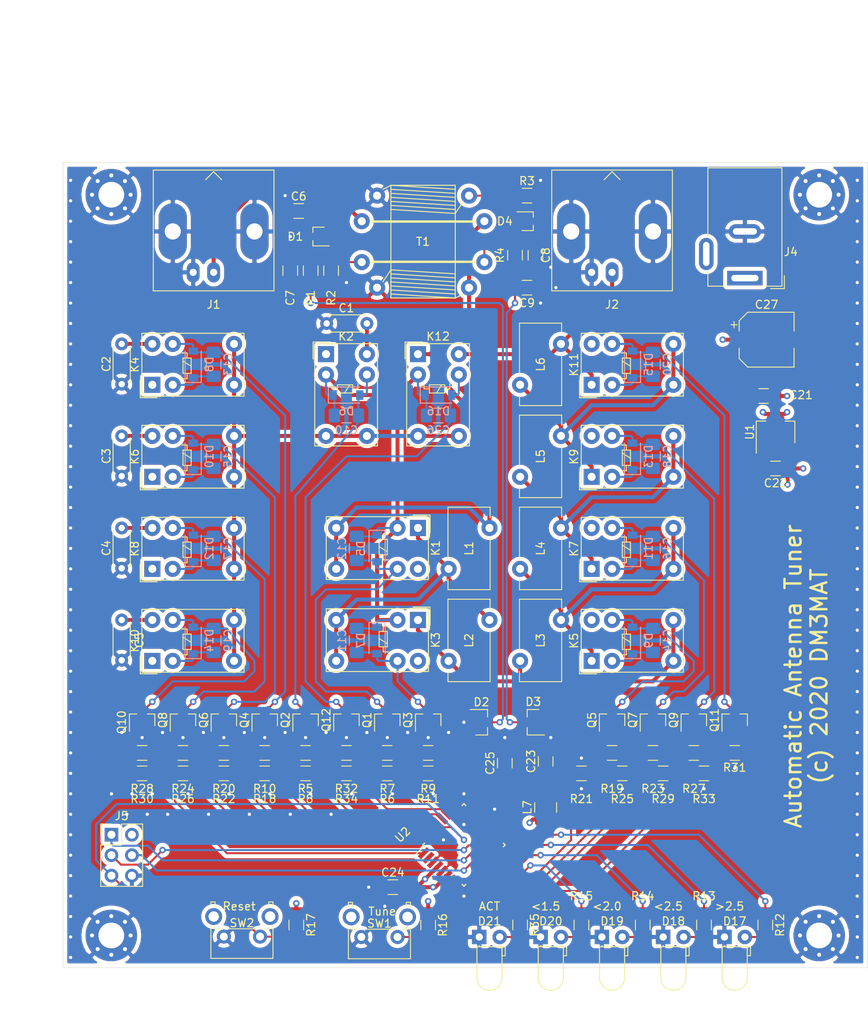
<source format=kicad_pcb>
(kicad_pcb (version 20171130) (host pcbnew 5.1.5+dfsg1-2build2)
  (title_block (date 2020-12-01) (rev 0))
  (layers (0 F.Cu signal) (1 In1.Cu power) (2 In2.Cu power) (31 B.Cu signal) (34 B.Paste user) (35 F.Paste user) (36 B.SilkS user) (37 F.SilkS user) (38 B.Mask user) (39 F.Mask user) (44 Edge.Cuts user))
  (net 0 "")
  (net 1 GND)
  (net 2 "Net-(C1-Pad1)")
  (net 3 "Net-(C2-Pad1)")
  (net 4 "Net-(C3-Pad1)")
  (net 5 "Net-(C4-Pad1)")
  (net 6 "Net-(C5-Pad1)")
  (net 7 "Net-(C6-Pad2)")
  (net 8 REV)
  (net 9 "Net-(C8-Pad1)")
  (net 10 FWD)
  (net 11 L1+)
  (net 12 C1+)
  (net 13 L2+)
  (net 14 C2+)
  (net 15 L3+)
  (net 16 C3+)
  (net 17 L4+)
  (net 18 C4+)
  (net 19 L5+)
  (net 20 C5+)
  (net 21 +5V)
  (net 22 +5VA)
  (net 23 "Net-(C25-Pad1)")
  (net 24 "Net-(D1-Pad2)")
  (net 25 "Net-(D1-Pad1)")
  (net 26 "Net-(D4-Pad2)")
  (net 27 "Net-(D4-Pad1)")
  (net 28 "Net-(D17-Pad2)")
  (net 29 "Net-(D18-Pad2)")
  (net 30 "Net-(D19-Pad2)")
  (net 31 "Net-(D20-Pad2)")
  (net 32 IN)
  (net 33 nRST)
  (net 34 MOSI)
  (net 35 SCK)
  (net 36 MISO)
  (net 37 L1-I)
  (net 38 C-I)
  (net 39 "Net-(Q1-Pad1)")
  (net 40 "Net-(Q3-Pad1)")
  (net 41 "Net-(Q4-Pad1)")
  (net 42 SWR3)
  (net 43 TUNE)
  (net 44 L6+)
  (net 45 L6-O)
  (net 46 "Net-(U2-Pad2)")
  (net 47 C1-OC)
  (net 48 +12V)
  (net 49 L2-OC)
  (net 50 L1-OC)
  (net 51 C2-OC)
  (net 52 L3-OC)
  (net 53 C3-OC)
  (net 54 L4-OC)
  (net 55 C4-OC)
  (net 56 L5-OC)
  (net 57 C5-OC)
  (net 58 L6-OC)
  (net 59 IO-OC)
  (net 60 "Net-(J4-Pad3)")
  (net 61 "Net-(K1-Pad1)")
  (net 62 "Net-(K1-Pad10)")
  (net 63 "Net-(K2-Pad1)")
  (net 64 "Net-(K3-Pad1)")
  (net 65 "Net-(K3-Pad10)")
  (net 66 "Net-(K4-Pad1)")
  (net 67 "Net-(K5-Pad1)")
  (net 68 "Net-(K5-Pad10)")
  (net 69 "Net-(K6-Pad1)")
  (net 70 "Net-(K7-Pad1)")
  (net 71 "Net-(K7-Pad10)")
  (net 72 "Net-(K8-Pad1)")
  (net 73 "Net-(K11-Pad5)")
  (net 74 "Net-(K9-Pad10)")
  (net 75 "Net-(K10-Pad1)")
  (net 76 "Net-(K11-Pad10)")
  (net 77 "Net-(Q2-Pad1)")
  (net 78 "Net-(Q5-Pad1)")
  (net 79 "Net-(Q6-Pad1)")
  (net 80 "Net-(Q7-Pad1)")
  (net 81 "Net-(Q8-Pad1)")
  (net 82 "Net-(Q9-Pad1)")
  (net 83 "Net-(Q10-Pad1)")
  (net 84 "Net-(Q11-Pad1)")
  (net 85 "Net-(Q12-Pad1)")
  (net 86 IO+)
  (net 87 "Net-(U2-Pad24)")
  (net 88 "Net-(U2-Pad23)")
  (net 89 "Net-(U2-Pad13)")
  (net 90 "Net-(D21-Pad2)")
  (net 91 ACK)
  (module Resistor_SMD:R_1206_3216Metric_Pad1.42x1.75mm_HandSolder (layer F.Cu) (at 95.82 136.7025 270)
    (fp_text reference R35 (at 0 -1.82 90) (layer F.SilkS))
    (fp_text value 1.5k)
    (pad 2 smd roundrect (at 1.4875 0 270) (size 1.425 1.75) (layers F.Cu F.Paste F.Mask) (roundrect_rratio 0.175439) (net 90 "Net-(D21-Pad2)"))
    (pad 1 smd roundrect (at -1.4875 0 270) (size 1.425 1.75) (layers F.Cu F.Paste F.Mask) (roundrect_rratio 0.175439) (net 91 ACK))
  )
  (module LED_THT:LED_D3.0mm_Horizontal_O1.27mm_Z2.0mm (layer F.Cu) (at 90.74 138.19)
    (fp_text reference D21 (at 1.27 -1.96) (layer F.SilkS))
    (fp_text value ACT)
    (pad 2 thru_hole circle (at 2.54 0) (size 1.8 1.8) (drill 0.9) (layers *.Cu *.Mask) (net 90 "Net-(D21-Pad2)"))
    (pad 1 thru_hole rect (at 0 0) (size 1.8 1.8) (drill 0.9) (layers *.Cu *.Mask) (net 1 GND))
  )
  (module DM3MAT:Transformer_Current-Sense_Binocular (layer F.Cu) (at 83.755 51.83 90)
    (fp_text reference T1 (at 0 0) (layer F.SilkS))
    (fp_text value "2 x 1:10 T")
    (pad 5 thru_hole circle (at 2.54 -7.62 90) (size 2 2) (drill 1) (layers *.Cu *.Mask) (net 32 IN))
    (pad 6 thru_hole circle (at 5.715 -5.715 90) (size 2 2) (drill 1) (layers *.Cu *.Mask) (net 1 GND))
    (pad 7 thru_hole circle (at 5.715 5.715 90) (size 2 2) (drill 1) (layers *.Cu *.Mask) (net 27 "Net-(D4-Pad1)"))
    (pad 8 thru_hole circle (at 2.54 7.62 90) (size 2 2) (drill 1) (layers *.Cu *.Mask) (net 37 L1-I))
    (pad 2 thru_hole circle (at -5.715 5.715 90) (size 2 2) (drill 1) (layers *.Cu *.Mask) (net 37 L1-I))
    (pad 1 thru_hole circle (at -2.54 7.62 90) (size 2 2) (drill 1) (layers *.Cu *.Mask) (net 27 "Net-(D4-Pad1)"))
    (pad 4 thru_hole circle (at -2.54 -7.62 90) (size 2 2) (drill 1) (layers *.Cu *.Mask) (net 25 "Net-(D1-Pad1)"))
    (pad 3 thru_hole circle (at -5.715 -5.715 90) (size 2 2) (drill 1) (layers *.Cu *.Mask) (net 1 GND))
  )
  (module Package_QFP:TQFP-32_7x7mm_P0.8mm (layer F.Cu) (at 88.835 126.76 45)
    (fp_text reference U2 (at -4.490128 -6.286179 45) (layer F.SilkS))
    (fp_text value ATmega328-AU)
    (pad 32 smd rect (at -2.8 -4.25 135) (size 1.6 0.55) (layers F.Cu F.Paste F.Mask) (net 18 C4+))
    (pad 31 smd rect (at -2 -4.25 135) (size 1.6 0.55) (layers F.Cu F.Paste F.Mask) (net 16 C3+))
    (pad 30 smd rect (at -1.2 -4.25 135) (size 1.6 0.55) (layers F.Cu F.Paste F.Mask) (net 14 C2+))
    (pad 29 smd rect (at -0.4 -4.25 135) (size 1.6 0.55) (layers F.Cu F.Paste F.Mask) (net 33 nRST))
    (pad 28 smd rect (at 0.4 -4.25 135) (size 1.6 0.55) (layers F.Cu F.Paste F.Mask) (net 12 C1+))
    (pad 27 smd rect (at 1.2 -4.25 135) (size 1.6 0.55) (layers F.Cu F.Paste F.Mask) (net 86 IO+))
    (pad 26 smd rect (at 2 -4.25 135) (size 1.6 0.55) (layers F.Cu F.Paste F.Mask) (net 11 L1+))
    (pad 25 smd rect (at 2.8 -4.25 135) (size 1.6 0.55) (layers F.Cu F.Paste F.Mask) (net 13 L2+))
    (pad 24 smd rect (at 4.25 -2.8 45) (size 1.6 0.55) (layers F.Cu F.Paste F.Mask) (net 87 "Net-(U2-Pad24)"))
    (pad 23 smd rect (at 4.25 -2 45) (size 1.6 0.55) (layers F.Cu F.Paste F.Mask) (net 88 "Net-(U2-Pad23)"))
    (pad 22 smd rect (at 4.25 -1.2 45) (size 1.6 0.55) (layers F.Cu F.Paste F.Mask) (net 8 REV))
    (pad 21 smd rect (at 4.25 -0.4 45) (size 1.6 0.55) (layers F.Cu F.Paste F.Mask) (net 1 GND))
    (pad 20 smd rect (at 4.25 0.4 45) (size 1.6 0.55) (layers F.Cu F.Paste F.Mask) (net 23 "Net-(C25-Pad1)"))
    (pad 19 smd rect (at 4.25 1.2 45) (size 1.6 0.55) (layers F.Cu F.Paste F.Mask) (net 10 FWD))
    (pad 18 smd rect (at 4.25 2 45) (size 1.6 0.55) (layers F.Cu F.Paste F.Mask) (net 22 +5VA))
    (pad 17 smd rect (at 4.25 2.8 45) (size 1.6 0.55) (layers F.Cu F.Paste F.Mask) (net 35 SCK))
    (pad 16 smd rect (at 2.8 4.25 135) (size 1.6 0.55) (layers F.Cu F.Paste F.Mask) (net 36 MISO))
    (pad 15 smd rect (at 2 4.25 135) (size 1.6 0.55) (layers F.Cu F.Paste F.Mask) (net 34 MOSI))
    (pad 14 smd rect (at 1.2 4.25 135) (size 1.6 0.55) (layers F.Cu F.Paste F.Mask) (net 42 SWR3))
    (pad 13 smd rect (at 0.4 4.25 135) (size 1.6 0.55) (layers F.Cu F.Paste F.Mask) (net 89 "Net-(U2-Pad13)"))
    (pad 12 smd rect (at -0.4 4.25 135) (size 1.6 0.55) (layers F.Cu F.Paste F.Mask) (net 15 L3+))
    (pad 11 smd rect (at -1.2 4.25 135) (size 1.6 0.55) (layers F.Cu F.Paste F.Mask) (net 17 L4+))
    (pad 10 smd rect (at -2 4.25 135) (size 1.6 0.55) (layers F.Cu F.Paste F.Mask) (net 19 L5+))
    (pad 9 smd rect (at -2.8 4.25 135) (size 1.6 0.55) (layers F.Cu F.Paste F.Mask) (net 44 L6+))
    (pad 8 smd rect (at -4.25 2.8 45) (size 1.6 0.55) (layers F.Cu F.Paste F.Mask) (net 91 ACK))
    (pad 7 smd rect (at -4.25 2 45) (size 1.6 0.55) (layers F.Cu F.Paste F.Mask) (net 43 TUNE))
    (pad 6 smd rect (at -4.25 1.2 45) (size 1.6 0.55) (layers F.Cu F.Paste F.Mask) (net 21 +5V))
    (pad 5 smd rect (at -4.25 0.4 45) (size 1.6 0.55) (layers F.Cu F.Paste F.Mask) (net 1 GND))
    (pad 4 smd rect (at -4.25 -0.4 45) (size 1.6 0.55) (layers F.Cu F.Paste F.Mask) (net 21 +5V))
    (pad 3 smd rect (at -4.25 -1.2 45) (size 1.6 0.55) (layers F.Cu F.Paste F.Mask) (net 1 GND))
    (pad 2 smd rect (at -4.25 -2 45) (size 1.6 0.55) (layers F.Cu F.Paste F.Mask) (net 46 "Net-(U2-Pad2)"))
    (pad 1 smd rect (at -4.25 -2.8 45) (size 1.6 0.55) (layers F.Cu F.Paste F.Mask) (net 20 C5+))
  )
  (module Resistor_SMD:R_1206_3216Metric_Pad1.42x1.75mm_HandSolder (layer F.Cu) (at 74.23 117.87 180)
    (fp_text reference R34 (at 0 -3.175) (layer F.SilkS))
    (fp_text value 10k)
    (pad 2 smd roundrect (at 1.4875 0 180) (size 1.425 1.75) (layers F.Cu F.Paste F.Mask) (roundrect_rratio 0.175439) (net 85 "Net-(Q12-Pad1)"))
    (pad 1 smd roundrect (at -1.4875 0 180) (size 1.425 1.75) (layers F.Cu F.Paste F.Mask) (roundrect_rratio 0.175439) (net 86 IO+))
  )
  (module Resistor_SMD:R_1206_3216Metric_Pad1.42x1.75mm_HandSolder (layer F.Cu) (at 118.68 117.87)
    (fp_text reference R33 (at 0 3.175) (layer F.SilkS))
    (fp_text value 10k)
    (pad 2 smd roundrect (at 1.4875 0) (size 1.425 1.75) (layers F.Cu F.Paste F.Mask) (roundrect_rratio 0.175439) (net 84 "Net-(Q11-Pad1)"))
    (pad 1 smd roundrect (at -1.4875 0) (size 1.425 1.75) (layers F.Cu F.Paste F.Mask) (roundrect_rratio 0.175439) (net 44 L6+))
  )
  (module Resistor_SMD:R_1206_3216Metric_Pad1.42x1.75mm_HandSolder (layer F.Cu) (at 74.23 115.33 180)
    (fp_text reference R32 (at 0 -4.445) (layer F.SilkS))
    (fp_text value 100k)
    (pad 2 smd roundrect (at 1.4875 0 180) (size 1.425 1.75) (layers F.Cu F.Paste F.Mask) (roundrect_rratio 0.175439) (net 85 "Net-(Q12-Pad1)"))
    (pad 1 smd roundrect (at -1.4875 0 180) (size 1.425 1.75) (layers F.Cu F.Paste F.Mask) (roundrect_rratio 0.175439) (net 1 GND))
  )
  (module Resistor_SMD:R_1206_3216Metric_Pad1.42x1.75mm_HandSolder (layer F.Cu) (at 122.49 115.33 180)
    (fp_text reference R31 (at 0 -1.82) (layer F.SilkS))
    (fp_text value 100k)
    (pad 2 smd roundrect (at 1.4875 0 180) (size 1.425 1.75) (layers F.Cu F.Paste F.Mask) (roundrect_rratio 0.175439) (net 84 "Net-(Q11-Pad1)"))
    (pad 1 smd roundrect (at -1.4875 0 180) (size 1.425 1.75) (layers F.Cu F.Paste F.Mask) (roundrect_rratio 0.175439) (net 1 GND))
  )
  (module Resistor_SMD:R_1206_3216Metric_Pad1.42x1.75mm_HandSolder (layer F.Cu) (at 48.83 117.87 180)
    (fp_text reference R30 (at 0 -3.175) (layer F.SilkS))
    (fp_text value 10k)
    (pad 2 smd roundrect (at 1.4875 0 180) (size 1.425 1.75) (layers F.Cu F.Paste F.Mask) (roundrect_rratio 0.175439) (net 83 "Net-(Q10-Pad1)"))
    (pad 1 smd roundrect (at -1.4875 0 180) (size 1.425 1.75) (layers F.Cu F.Paste F.Mask) (roundrect_rratio 0.175439) (net 20 C5+))
  )
  (module Resistor_SMD:R_1206_3216Metric_Pad1.42x1.75mm_HandSolder (layer F.Cu) (at 113.6 117.87)
    (fp_text reference R29 (at 0 3.175) (layer F.SilkS))
    (fp_text value 10k)
    (pad 2 smd roundrect (at 1.4875 0) (size 1.425 1.75) (layers F.Cu F.Paste F.Mask) (roundrect_rratio 0.175439) (net 82 "Net-(Q9-Pad1)"))
    (pad 1 smd roundrect (at -1.4875 0) (size 1.425 1.75) (layers F.Cu F.Paste F.Mask) (roundrect_rratio 0.175439) (net 19 L5+))
  )
  (module Resistor_SMD:R_1206_3216Metric_Pad1.42x1.75mm_HandSolder (layer F.Cu) (at 48.83 115.33 180)
    (fp_text reference R28 (at 0 -4.445) (layer F.SilkS))
    (fp_text value 100k)
    (pad 2 smd roundrect (at 1.4875 0 180) (size 1.425 1.75) (layers F.Cu F.Paste F.Mask) (roundrect_rratio 0.175439) (net 83 "Net-(Q10-Pad1)"))
    (pad 1 smd roundrect (at -1.4875 0 180) (size 1.425 1.75) (layers F.Cu F.Paste F.Mask) (roundrect_rratio 0.175439) (net 1 GND))
  )
  (module Resistor_SMD:R_1206_3216Metric_Pad1.42x1.75mm_HandSolder (layer F.Cu) (at 117.41 115.33 180)
    (fp_text reference R27 (at 0 -4.445) (layer F.SilkS))
    (fp_text value 100k)
    (pad 2 smd roundrect (at 1.4875 0 180) (size 1.425 1.75) (layers F.Cu F.Paste F.Mask) (roundrect_rratio 0.175439) (net 82 "Net-(Q9-Pad1)"))
    (pad 1 smd roundrect (at -1.4875 0 180) (size 1.425 1.75) (layers F.Cu F.Paste F.Mask) (roundrect_rratio 0.175439) (net 1 GND))
  )
  (module Resistor_SMD:R_1206_3216Metric_Pad1.42x1.75mm_HandSolder (layer F.Cu) (at 53.91 117.87 180)
    (fp_text reference R26 (at 0 -3.175) (layer F.SilkS))
    (fp_text value 10k)
    (pad 2 smd roundrect (at 1.4875 0 180) (size 1.425 1.75) (layers F.Cu F.Paste F.Mask) (roundrect_rratio 0.175439) (net 81 "Net-(Q8-Pad1)"))
    (pad 1 smd roundrect (at -1.4875 0 180) (size 1.425 1.75) (layers F.Cu F.Paste F.Mask) (roundrect_rratio 0.175439) (net 18 C4+))
  )
  (module Resistor_SMD:R_1206_3216Metric_Pad1.42x1.75mm_HandSolder (layer F.Cu) (at 108.52 117.87)
    (fp_text reference R25 (at 0 3.175) (layer F.SilkS))
    (fp_text value 10k)
    (pad 2 smd roundrect (at 1.4875 0) (size 1.425 1.75) (layers F.Cu F.Paste F.Mask) (roundrect_rratio 0.175439) (net 80 "Net-(Q7-Pad1)"))
    (pad 1 smd roundrect (at -1.4875 0) (size 1.425 1.75) (layers F.Cu F.Paste F.Mask) (roundrect_rratio 0.175439) (net 17 L4+))
  )
  (module Resistor_SMD:R_1206_3216Metric_Pad1.42x1.75mm_HandSolder (layer F.Cu) (at 53.91 115.33 180)
    (fp_text reference R24 (at 0 -4.445) (layer F.SilkS))
    (fp_text value 100k)
    (pad 2 smd roundrect (at 1.4875 0 180) (size 1.425 1.75) (layers F.Cu F.Paste F.Mask) (roundrect_rratio 0.175439) (net 81 "Net-(Q8-Pad1)"))
    (pad 1 smd roundrect (at -1.4875 0 180) (size 1.425 1.75) (layers F.Cu F.Paste F.Mask) (roundrect_rratio 0.175439) (net 1 GND))
  )
  (module Resistor_SMD:R_1206_3216Metric_Pad1.42x1.75mm_HandSolder (layer F.Cu) (at 112.33 115.33 180)
    (fp_text reference R23 (at 0 -4.445) (layer F.SilkS))
    (fp_text value 100k)
    (pad 2 smd roundrect (at 1.4875 0 180) (size 1.425 1.75) (layers F.Cu F.Paste F.Mask) (roundrect_rratio 0.175439) (net 80 "Net-(Q7-Pad1)"))
    (pad 1 smd roundrect (at -1.4875 0 180) (size 1.425 1.75) (layers F.Cu F.Paste F.Mask) (roundrect_rratio 0.175439) (net 1 GND))
  )
  (module Resistor_SMD:R_1206_3216Metric_Pad1.42x1.75mm_HandSolder (layer F.Cu) (at 58.99 117.87 180)
    (fp_text reference R22 (at 0 -3.175) (layer F.SilkS))
    (fp_text value 10k)
    (pad 2 smd roundrect (at 1.4875 0 180) (size 1.425 1.75) (layers F.Cu F.Paste F.Mask) (roundrect_rratio 0.175439) (net 79 "Net-(Q6-Pad1)"))
    (pad 1 smd roundrect (at -1.4875 0 180) (size 1.425 1.75) (layers F.Cu F.Paste F.Mask) (roundrect_rratio 0.175439) (net 16 C3+))
  )
  (module Resistor_SMD:R_1206_3216Metric_Pad1.42x1.75mm_HandSolder (layer F.Cu) (at 103.44 117.87)
    (fp_text reference R21 (at 0 3.175) (layer F.SilkS))
    (fp_text value 10k)
    (pad 2 smd roundrect (at 1.4875 0) (size 1.425 1.75) (layers F.Cu F.Paste F.Mask) (roundrect_rratio 0.175439) (net 78 "Net-(Q5-Pad1)"))
    (pad 1 smd roundrect (at -1.4875 0) (size 1.425 1.75) (layers F.Cu F.Paste F.Mask) (roundrect_rratio 0.175439) (net 15 L3+))
  )
  (module Resistor_SMD:R_1206_3216Metric_Pad1.42x1.75mm_HandSolder (layer F.Cu) (at 58.99 115.33 180)
    (fp_text reference R20 (at 0 -4.445) (layer F.SilkS))
    (fp_text value 100k)
    (pad 2 smd roundrect (at 1.4875 0 180) (size 1.425 1.75) (layers F.Cu F.Paste F.Mask) (roundrect_rratio 0.175439) (net 79 "Net-(Q6-Pad1)"))
    (pad 1 smd roundrect (at -1.4875 0 180) (size 1.425 1.75) (layers F.Cu F.Paste F.Mask) (roundrect_rratio 0.175439) (net 1 GND))
  )
  (module Resistor_SMD:R_1206_3216Metric_Pad1.42x1.75mm_HandSolder (layer F.Cu) (at 107.25 115.33 180)
    (fp_text reference R19 (at 0 -4.445) (layer F.SilkS))
    (fp_text value 100k)
    (pad 2 smd roundrect (at 1.4875 0 180) (size 1.425 1.75) (layers F.Cu F.Paste F.Mask) (roundrect_rratio 0.175439) (net 78 "Net-(Q5-Pad1)"))
    (pad 1 smd roundrect (at -1.4875 0 180) (size 1.425 1.75) (layers F.Cu F.Paste F.Mask) (roundrect_rratio 0.175439) (net 1 GND))
  )
  (module Resistor_SMD:R_1206_3216Metric_Pad1.42x1.75mm_HandSolder (layer F.Cu) (at 64.07 117.87 180)
    (fp_text reference R18 (at 0 -3.175) (layer F.SilkS))
    (fp_text value 10k)
    (pad 2 smd roundrect (at 1.4875 0 180) (size 1.425 1.75) (layers F.Cu F.Paste F.Mask) (roundrect_rratio 0.175439) (net 41 "Net-(Q4-Pad1)"))
    (pad 1 smd roundrect (at -1.4875 0 180) (size 1.425 1.75) (layers F.Cu F.Paste F.Mask) (roundrect_rratio 0.175439) (net 14 C2+))
  )
  (module Resistor_SMD:R_1206_3216Metric_Pad1.42x1.75mm_HandSolder (layer F.Cu) (at 84.39 117.87 180)
    (fp_text reference R11 (at 0 -3.175) (layer F.SilkS))
    (fp_text value 10k)
    (pad 2 smd roundrect (at 1.4875 0 180) (size 1.425 1.75) (layers F.Cu F.Paste F.Mask) (roundrect_rratio 0.175439) (net 40 "Net-(Q3-Pad1)"))
    (pad 1 smd roundrect (at -1.4875 0 180) (size 1.425 1.75) (layers F.Cu F.Paste F.Mask) (roundrect_rratio 0.175439) (net 13 L2+))
  )
  (module Resistor_SMD:R_1206_3216Metric_Pad1.42x1.75mm_HandSolder (layer F.Cu) (at 64.07 115.33 180)
    (fp_text reference R10 (at 0 -4.445) (layer F.SilkS))
    (fp_text value 100k)
    (pad 2 smd roundrect (at 1.4875 0 180) (size 1.425 1.75) (layers F.Cu F.Paste F.Mask) (roundrect_rratio 0.175439) (net 41 "Net-(Q4-Pad1)"))
    (pad 1 smd roundrect (at -1.4875 0 180) (size 1.425 1.75) (layers F.Cu F.Paste F.Mask) (roundrect_rratio 0.175439) (net 1 GND))
  )
  (module Resistor_SMD:R_1206_3216Metric_Pad1.42x1.75mm_HandSolder (layer F.Cu) (at 84.39 115.33 180)
    (fp_text reference R9 (at 0 -4.445) (layer F.SilkS))
    (fp_text value 100k)
    (pad 2 smd roundrect (at 1.4875 0 180) (size 1.425 1.75) (layers F.Cu F.Paste F.Mask) (roundrect_rratio 0.175439) (net 40 "Net-(Q3-Pad1)"))
    (pad 1 smd roundrect (at -1.4875 0 180) (size 1.425 1.75) (layers F.Cu F.Paste F.Mask) (roundrect_rratio 0.175439) (net 1 GND))
  )
  (module Resistor_SMD:R_1206_3216Metric_Pad1.42x1.75mm_HandSolder (layer F.Cu) (at 69.15 117.87 180)
    (fp_text reference R8 (at 0 -3.175) (layer F.SilkS))
    (fp_text value 10k)
    (pad 2 smd roundrect (at 1.4875 0 180) (size 1.425 1.75) (layers F.Cu F.Paste F.Mask) (roundrect_rratio 0.175439) (net 77 "Net-(Q2-Pad1)"))
    (pad 1 smd roundrect (at -1.4875 0 180) (size 1.425 1.75) (layers F.Cu F.Paste F.Mask) (roundrect_rratio 0.175439) (net 12 C1+))
  )
  (module Resistor_SMD:R_1206_3216Metric_Pad1.42x1.75mm_HandSolder (layer F.Cu) (at 69.15 115.33 180)
    (fp_text reference R5 (at 0 -4.445) (layer F.SilkS))
    (fp_text value 100k)
    (pad 2 smd roundrect (at 1.4875 0 180) (size 1.425 1.75) (layers F.Cu F.Paste F.Mask) (roundrect_rratio 0.175439) (net 77 "Net-(Q2-Pad1)"))
    (pad 1 smd roundrect (at -1.4875 0 180) (size 1.425 1.75) (layers F.Cu F.Paste F.Mask) (roundrect_rratio 0.175439) (net 1 GND))
  )
  (module Package_TO_SOT_SMD:SOT-23 (layer F.Cu) (at 74.23 111.25 90)
    (fp_text reference Q12 (at 0 -2.5 90) (layer F.SilkS))
    (fp_text value MMBT3904)
    (pad 3 smd rect (at 1 0 90) (size 0.9 0.8) (layers F.Cu F.Paste F.Mask) (net 59 IO-OC))
    (pad 2 smd rect (at -1 0.95 90) (size 0.9 0.8) (layers F.Cu F.Paste F.Mask) (net 1 GND))
    (pad 1 smd rect (at -1 -0.95 90) (size 0.9 0.8) (layers F.Cu F.Paste F.Mask) (net 85 "Net-(Q12-Pad1)"))
  )
  (module Package_TO_SOT_SMD:SOT-23 (layer F.Cu) (at 122.49 111.25 90)
    (fp_text reference Q11 (at 0 -2.5 90) (layer F.SilkS))
    (fp_text value MMBT3904)
    (pad 3 smd rect (at 1 0 90) (size 0.9 0.8) (layers F.Cu F.Paste F.Mask) (net 58 L6-OC))
    (pad 2 smd rect (at -1 0.95 90) (size 0.9 0.8) (layers F.Cu F.Paste F.Mask) (net 1 GND))
    (pad 1 smd rect (at -1 -0.95 90) (size 0.9 0.8) (layers F.Cu F.Paste F.Mask) (net 84 "Net-(Q11-Pad1)"))
  )
  (module Package_TO_SOT_SMD:SOT-23 (layer F.Cu) (at 48.83 111.25 90)
    (fp_text reference Q10 (at -0.27 -2.54 270) (layer F.SilkS))
    (fp_text value MMBT3904)
    (pad 3 smd rect (at 1 0 90) (size 0.9 0.8) (layers F.Cu F.Paste F.Mask) (net 57 C5-OC))
    (pad 2 smd rect (at -1 0.95 90) (size 0.9 0.8) (layers F.Cu F.Paste F.Mask) (net 1 GND))
    (pad 1 smd rect (at -1 -0.95 90) (size 0.9 0.8) (layers F.Cu F.Paste F.Mask) (net 83 "Net-(Q10-Pad1)"))
  )
  (module Package_TO_SOT_SMD:SOT-23 (layer F.Cu) (at 117.41 111.25 90)
    (fp_text reference Q9 (at 0 -2.5 90) (layer F.SilkS))
    (fp_text value MMBT3904)
    (pad 3 smd rect (at 1 0 90) (size 0.9 0.8) (layers F.Cu F.Paste F.Mask) (net 56 L5-OC))
    (pad 2 smd rect (at -1 0.95 90) (size 0.9 0.8) (layers F.Cu F.Paste F.Mask) (net 1 GND))
    (pad 1 smd rect (at -1 -0.95 90) (size 0.9 0.8) (layers F.Cu F.Paste F.Mask) (net 82 "Net-(Q9-Pad1)"))
  )
  (module Package_TO_SOT_SMD:SOT-23 (layer F.Cu) (at 53.91 111.25 90)
    (fp_text reference Q8 (at 0 -2.5 90) (layer F.SilkS))
    (fp_text value MMBT3904)
    (pad 3 smd rect (at 1 0 90) (size 0.9 0.8) (layers F.Cu F.Paste F.Mask) (net 55 C4-OC))
    (pad 2 smd rect (at -1 0.95 90) (size 0.9 0.8) (layers F.Cu F.Paste F.Mask) (net 1 GND))
    (pad 1 smd rect (at -1 -0.95 90) (size 0.9 0.8) (layers F.Cu F.Paste F.Mask) (net 81 "Net-(Q8-Pad1)"))
  )
  (module Package_TO_SOT_SMD:SOT-23 (layer F.Cu) (at 112.33 111.25 90)
    (fp_text reference Q7 (at 0 -2.5 90) (layer F.SilkS))
    (fp_text value MMBT3904)
    (pad 3 smd rect (at 1 0 90) (size 0.9 0.8) (layers F.Cu F.Paste F.Mask) (net 54 L4-OC))
    (pad 2 smd rect (at -1 0.95 90) (size 0.9 0.8) (layers F.Cu F.Paste F.Mask) (net 1 GND))
    (pad 1 smd rect (at -1 -0.95 90) (size 0.9 0.8) (layers F.Cu F.Paste F.Mask) (net 80 "Net-(Q7-Pad1)"))
  )
  (module Package_TO_SOT_SMD:SOT-23 (layer F.Cu) (at 58.99 111.25 90)
    (fp_text reference Q6 (at 0 -2.5 90) (layer F.SilkS))
    (fp_text value MMBT3904)
    (pad 3 smd rect (at 1 0 90) (size 0.9 0.8) (layers F.Cu F.Paste F.Mask) (net 53 C3-OC))
    (pad 2 smd rect (at -1 0.95 90) (size 0.9 0.8) (layers F.Cu F.Paste F.Mask) (net 1 GND))
    (pad 1 smd rect (at -1 -0.95 90) (size 0.9 0.8) (layers F.Cu F.Paste F.Mask) (net 79 "Net-(Q6-Pad1)"))
  )
  (module Package_TO_SOT_SMD:SOT-23 (layer F.Cu) (at 107.25 111.25 90)
    (fp_text reference Q5 (at 0 -2.5 90) (layer F.SilkS))
    (fp_text value MMBT3904)
    (pad 3 smd rect (at 1 0 90) (size 0.9 0.8) (layers F.Cu F.Paste F.Mask) (net 52 L3-OC))
    (pad 2 smd rect (at -1 0.95 90) (size 0.9 0.8) (layers F.Cu F.Paste F.Mask) (net 1 GND))
    (pad 1 smd rect (at -1 -0.95 90) (size 0.9 0.8) (layers F.Cu F.Paste F.Mask) (net 78 "Net-(Q5-Pad1)"))
  )
  (module Package_TO_SOT_SMD:SOT-23 (layer F.Cu) (at 64.07 111.25 90)
    (fp_text reference Q4 (at 0 -2.5 90) (layer F.SilkS))
    (fp_text value MMBT3904)
    (pad 3 smd rect (at 1 0 90) (size 0.9 0.8) (layers F.Cu F.Paste F.Mask) (net 51 C2-OC))
    (pad 2 smd rect (at -1 0.95 90) (size 0.9 0.8) (layers F.Cu F.Paste F.Mask) (net 1 GND))
    (pad 1 smd rect (at -1 -0.95 90) (size 0.9 0.8) (layers F.Cu F.Paste F.Mask) (net 41 "Net-(Q4-Pad1)"))
  )
  (module Package_TO_SOT_SMD:SOT-23 (layer F.Cu) (at 84.39 111.25 90)
    (fp_text reference Q3 (at 0 -2.5 90) (layer F.SilkS))
    (fp_text value MMBT3904)
    (pad 3 smd rect (at 1 0 90) (size 0.9 0.8) (layers F.Cu F.Paste F.Mask) (net 49 L2-OC))
    (pad 2 smd rect (at -1 0.95 90) (size 0.9 0.8) (layers F.Cu F.Paste F.Mask) (net 1 GND))
    (pad 1 smd rect (at -1 -0.95 90) (size 0.9 0.8) (layers F.Cu F.Paste F.Mask) (net 40 "Net-(Q3-Pad1)"))
  )
  (module Package_TO_SOT_SMD:SOT-23 (layer F.Cu) (at 69.15 111.25 90)
    (fp_text reference Q2 (at 0 -2.5 90) (layer F.SilkS))
    (fp_text value MMBT3904)
    (pad 3 smd rect (at 1 0 90) (size 0.9 0.8) (layers F.Cu F.Paste F.Mask) (net 47 C1-OC))
    (pad 2 smd rect (at -1 0.95 90) (size 0.9 0.8) (layers F.Cu F.Paste F.Mask) (net 1 GND))
    (pad 1 smd rect (at -1 -0.95 90) (size 0.9 0.8) (layers F.Cu F.Paste F.Mask) (net 77 "Net-(Q2-Pad1)"))
  )
  (module Relay_THT:Relay_SPDT_Omron_G5V-1 (layer F.Cu) (at 83.12 65.8)
    (fp_text reference K12 (at 2.5 -2.2) (layer F.SilkS))
    (fp_text value G5V-1)
    (pad 5 thru_hole circle (at 0 10.16) (size 2 2) (drill 1) (layers *.Cu *.Mask) (net 38 C-I))
    (pad 6 thru_hole circle (at 5.08 10.16) (size 2 2) (drill 1) (layers *.Cu *.Mask) (net 38 C-I))
    (pad 2 thru_hole circle (at 0 2.54) (size 2 2) (drill 1) (layers *.Cu *.Mask) (net 48 +12V))
    (pad 1 thru_hole rect (at 0 0) (size 2 2) (drill 1) (layers *.Cu *.Mask) (net 37 L1-I))
    (pad 9 thru_hole circle (at 5.08 2.54) (size 2 2) (drill 1) (layers *.Cu *.Mask) (net 59 IO-OC))
    (pad 10 thru_hole circle (at 5.08 0) (size 2 2) (drill 1) (layers *.Cu *.Mask) (net 45 L6-O))
  )
  (module Relay_THT:Relay_SPDT_Omron_G5V-1 (layer F.Cu) (at 104.71 69.61 90)
    (fp_text reference K11 (at 2.5 -2.2 90) (layer F.SilkS))
    (fp_text value G5V-1)
    (pad 5 thru_hole circle (at 0 10.16 90) (size 2 2) (drill 1) (layers *.Cu *.Mask) (net 73 "Net-(K11-Pad5)"))
    (pad 6 thru_hole circle (at 5.08 10.16 90) (size 2 2) (drill 1) (layers *.Cu *.Mask) (net 73 "Net-(K11-Pad5)"))
    (pad 2 thru_hole circle (at 0 2.54 90) (size 2 2) (drill 1) (layers *.Cu *.Mask) (net 48 +12V))
    (pad 1 thru_hole rect (at 0 0 90) (size 2 2) (drill 1) (layers *.Cu *.Mask) (net 45 L6-O))
    (pad 9 thru_hole circle (at 5.08 2.54 90) (size 2 2) (drill 1) (layers *.Cu *.Mask) (net 58 L6-OC))
    (pad 10 thru_hole circle (at 5.08 0 90) (size 2 2) (drill 1) (layers *.Cu *.Mask) (net 76 "Net-(K11-Pad10)"))
  )
  (module Relay_THT:Relay_SPDT_Omron_G5V-1 (layer F.Cu) (at 50.1 103.9 90)
    (fp_text reference K10 (at 2.5 -2.2 90) (layer F.SilkS))
    (fp_text value G5V-1)
    (pad 5 thru_hole circle (at 0 10.16 90) (size 2 2) (drill 1) (layers *.Cu *.Mask) (net 38 C-I))
    (pad 6 thru_hole circle (at 5.08 10.16 90) (size 2 2) (drill 1) (layers *.Cu *.Mask) (net 38 C-I))
    (pad 2 thru_hole circle (at 0 2.54 90) (size 2 2) (drill 1) (layers *.Cu *.Mask) (net 48 +12V))
    (pad 1 thru_hole rect (at 0 0 90) (size 2 2) (drill 1) (layers *.Cu *.Mask) (net 75 "Net-(K10-Pad1)"))
    (pad 9 thru_hole circle (at 5.08 2.54 90) (size 2 2) (drill 1) (layers *.Cu *.Mask) (net 57 C5-OC))
    (pad 10 thru_hole circle (at 5.08 0 90) (size 2 2) (drill 1) (layers *.Cu *.Mask) (net 6 "Net-(C5-Pad1)"))
  )
  (module Relay_THT:Relay_SPDT_Omron_G5V-1 (layer F.Cu) (at 104.71 81.04 90)
    (fp_text reference K9 (at 2.5 -2.2 90) (layer F.SilkS))
    (fp_text value G5V-1)
    (pad 5 thru_hole circle (at 0 10.16 90) (size 2 2) (drill 1) (layers *.Cu *.Mask) (net 70 "Net-(K7-Pad1)"))
    (pad 6 thru_hole circle (at 5.08 10.16 90) (size 2 2) (drill 1) (layers *.Cu *.Mask) (net 70 "Net-(K7-Pad1)"))
    (pad 2 thru_hole circle (at 0 2.54 90) (size 2 2) (drill 1) (layers *.Cu *.Mask) (net 48 +12V))
    (pad 1 thru_hole rect (at 0 0 90) (size 2 2) (drill 1) (layers *.Cu *.Mask) (net 73 "Net-(K11-Pad5)"))
    (pad 9 thru_hole circle (at 5.08 2.54 90) (size 2 2) (drill 1) (layers *.Cu *.Mask) (net 56 L5-OC))
    (pad 10 thru_hole circle (at 5.08 0 90) (size 2 2) (drill 1) (layers *.Cu *.Mask) (net 74 "Net-(K9-Pad10)"))
  )
  (module Relay_THT:Relay_SPDT_Omron_G5V-1 (layer F.Cu) (at 50.1 92.47 90)
    (fp_text reference K8 (at 2.5 -2.2 90) (layer F.SilkS))
    (fp_text value G5V-1)
    (pad 5 thru_hole circle (at 0 10.16 90) (size 2 2) (drill 1) (layers *.Cu *.Mask) (net 38 C-I))
    (pad 6 thru_hole circle (at 5.08 10.16 90) (size 2 2) (drill 1) (layers *.Cu *.Mask) (net 38 C-I))
    (pad 2 thru_hole circle (at 0 2.54 90) (size 2 2) (drill 1) (layers *.Cu *.Mask) (net 48 +12V))
    (pad 1 thru_hole rect (at 0 0 90) (size 2 2) (drill 1) (layers *.Cu *.Mask) (net 72 "Net-(K8-Pad1)"))
    (pad 9 thru_hole circle (at 5.08 2.54 90) (size 2 2) (drill 1) (layers *.Cu *.Mask) (net 55 C4-OC))
    (pad 10 thru_hole circle (at 5.08 0 90) (size 2 2) (drill 1) (layers *.Cu *.Mask) (net 5 "Net-(C4-Pad1)"))
  )
  (module Relay_THT:Relay_SPDT_Omron_G5V-1 (layer F.Cu) (at 104.71 92.47 90)
    (fp_text reference K7 (at 2.5 -2.2 90) (layer F.SilkS))
    (fp_text value G5V-1)
    (pad 5 thru_hole circle (at 0 10.16 90) (size 2 2) (drill 1) (layers *.Cu *.Mask) (net 67 "Net-(K5-Pad1)"))
    (pad 6 thru_hole circle (at 5.08 10.16 90) (size 2 2) (drill 1) (layers *.Cu *.Mask) (net 67 "Net-(K5-Pad1)"))
    (pad 2 thru_hole circle (at 0 2.54 90) (size 2 2) (drill 1) (layers *.Cu *.Mask) (net 48 +12V))
    (pad 1 thru_hole rect (at 0 0 90) (size 2 2) (drill 1) (layers *.Cu *.Mask) (net 70 "Net-(K7-Pad1)"))
    (pad 9 thru_hole circle (at 5.08 2.54 90) (size 2 2) (drill 1) (layers *.Cu *.Mask) (net 54 L4-OC))
    (pad 10 thru_hole circle (at 5.08 0 90) (size 2 2) (drill 1) (layers *.Cu *.Mask) (net 71 "Net-(K7-Pad10)"))
  )
  (module Relay_THT:Relay_SPDT_Omron_G5V-1 (layer F.Cu) (at 50.1 81.04 90)
    (fp_text reference K6 (at 2.5 -2.2 90) (layer F.SilkS))
    (fp_text value G5V-1)
    (pad 5 thru_hole circle (at 0 10.16 90) (size 2 2) (drill 1) (layers *.Cu *.Mask) (net 38 C-I))
    (pad 6 thru_hole circle (at 5.08 10.16 90) (size 2 2) (drill 1) (layers *.Cu *.Mask) (net 38 C-I))
    (pad 2 thru_hole circle (at 0 2.54 90) (size 2 2) (drill 1) (layers *.Cu *.Mask) (net 48 +12V))
    (pad 1 thru_hole rect (at 0 0 90) (size 2 2) (drill 1) (layers *.Cu *.Mask) (net 69 "Net-(K6-Pad1)"))
    (pad 9 thru_hole circle (at 5.08 2.54 90) (size 2 2) (drill 1) (layers *.Cu *.Mask) (net 53 C3-OC))
    (pad 10 thru_hole circle (at 5.08 0 90) (size 2 2) (drill 1) (layers *.Cu *.Mask) (net 4 "Net-(C3-Pad1)"))
  )
  (module Relay_THT:Relay_SPDT_Omron_G5V-1 (layer F.Cu) (at 104.71 103.9 90)
    (fp_text reference K5 (at 2.5 -2.2 90) (layer F.SilkS))
    (fp_text value G5V-1)
    (pad 5 thru_hole circle (at 0 10.16 90) (size 2 2) (drill 1) (layers *.Cu *.Mask) (net 64 "Net-(K3-Pad1)"))
    (pad 6 thru_hole circle (at 5.08 10.16 90) (size 2 2) (drill 1) (layers *.Cu *.Mask) (net 64 "Net-(K3-Pad1)"))
    (pad 2 thru_hole circle (at 0 2.54 90) (size 2 2) (drill 1) (layers *.Cu *.Mask) (net 48 +12V))
    (pad 1 thru_hole rect (at 0 0 90) (size 2 2) (drill 1) (layers *.Cu *.Mask) (net 67 "Net-(K5-Pad1)"))
    (pad 9 thru_hole circle (at 5.08 2.54 90) (size 2 2) (drill 1) (layers *.Cu *.Mask) (net 52 L3-OC))
    (pad 10 thru_hole circle (at 5.08 0 90) (size 2 2) (drill 1) (layers *.Cu *.Mask) (net 68 "Net-(K5-Pad10)"))
  )
  (module Relay_THT:Relay_SPDT_Omron_G5V-1 (layer F.Cu) (at 50.1 69.61 90)
    (fp_text reference K4 (at 2.5 -2.2 90) (layer F.SilkS))
    (fp_text value G5V-1)
    (pad 5 thru_hole circle (at 0 10.16 90) (size 2 2) (drill 1) (layers *.Cu *.Mask) (net 38 C-I))
    (pad 6 thru_hole circle (at 5.08 10.16 90) (size 2 2) (drill 1) (layers *.Cu *.Mask) (net 38 C-I))
    (pad 2 thru_hole circle (at 0 2.54 90) (size 2 2) (drill 1) (layers *.Cu *.Mask) (net 48 +12V))
    (pad 1 thru_hole rect (at 0 0 90) (size 2 2) (drill 1) (layers *.Cu *.Mask) (net 66 "Net-(K4-Pad1)"))
    (pad 9 thru_hole circle (at 5.08 2.54 90) (size 2 2) (drill 1) (layers *.Cu *.Mask) (net 51 C2-OC))
    (pad 10 thru_hole circle (at 5.08 0 90) (size 2 2) (drill 1) (layers *.Cu *.Mask) (net 3 "Net-(C2-Pad1)"))
  )
  (module Relay_THT:Relay_SPDT_Omron_G5V-1 (layer F.Cu) (at 83.12 98.82 270)
    (fp_text reference K3 (at 2.5 -2.2 90) (layer F.SilkS))
    (fp_text value G5V-1)
    (pad 5 thru_hole circle (at 0 10.16 270) (size 2 2) (drill 1) (layers *.Cu *.Mask) (net 61 "Net-(K1-Pad1)"))
    (pad 6 thru_hole circle (at 5.08 10.16 270) (size 2 2) (drill 1) (layers *.Cu *.Mask) (net 61 "Net-(K1-Pad1)"))
    (pad 2 thru_hole circle (at 0 2.54 270) (size 2 2) (drill 1) (layers *.Cu *.Mask) (net 48 +12V))
    (pad 1 thru_hole rect (at 0 0 270) (size 2 2) (drill 1) (layers *.Cu *.Mask) (net 64 "Net-(K3-Pad1)"))
    (pad 9 thru_hole circle (at 5.08 2.54 270) (size 2 2) (drill 1) (layers *.Cu *.Mask) (net 49 L2-OC))
    (pad 10 thru_hole circle (at 5.08 0 270) (size 2 2) (drill 1) (layers *.Cu *.Mask) (net 65 "Net-(K3-Pad10)"))
  )
  (module Relay_THT:Relay_SPDT_Omron_G5V-1 (layer F.Cu) (at 71.69 65.8)
    (fp_text reference K2 (at 2.5 -2.2) (layer F.SilkS))
    (fp_text value G5V-1)
    (pad 5 thru_hole circle (at 0 10.16) (size 2 2) (drill 1) (layers *.Cu *.Mask) (net 38 C-I))
    (pad 6 thru_hole circle (at 5.08 10.16) (size 2 2) (drill 1) (layers *.Cu *.Mask) (net 38 C-I))
    (pad 2 thru_hole circle (at 0 2.54) (size 2 2) (drill 1) (layers *.Cu *.Mask) (net 48 +12V))
    (pad 1 thru_hole rect (at 0 0) (size 2 2) (drill 1) (layers *.Cu *.Mask) (net 63 "Net-(K2-Pad1)"))
    (pad 9 thru_hole circle (at 5.08 2.54) (size 2 2) (drill 1) (layers *.Cu *.Mask) (net 47 C1-OC))
    (pad 10 thru_hole circle (at 5.08 0) (size 2 2) (drill 1) (layers *.Cu *.Mask) (net 2 "Net-(C1-Pad1)"))
  )
  (module Relay_THT:Relay_SPDT_Omron_G5V-1 (layer F.Cu) (at 83.12 87.39 270)
    (fp_text reference K1 (at 2.5 -2.2 90) (layer F.SilkS))
    (fp_text value G5V-1)
    (pad 5 thru_hole circle (at 0 10.16 270) (size 2 2) (drill 1) (layers *.Cu *.Mask) (net 37 L1-I))
    (pad 6 thru_hole circle (at 5.08 10.16 270) (size 2 2) (drill 1) (layers *.Cu *.Mask) (net 37 L1-I))
    (pad 2 thru_hole circle (at 0 2.54 270) (size 2 2) (drill 1) (layers *.Cu *.Mask) (net 48 +12V))
    (pad 1 thru_hole rect (at 0 0 270) (size 2 2) (drill 1) (layers *.Cu *.Mask) (net 61 "Net-(K1-Pad1)"))
    (pad 9 thru_hole circle (at 5.08 2.54 270) (size 2 2) (drill 1) (layers *.Cu *.Mask) (net 50 L1-OC))
    (pad 10 thru_hole circle (at 5.08 0 270) (size 2 2) (drill 1) (layers *.Cu *.Mask) (net 62 "Net-(K1-Pad10)"))
  )
  (module Diode_SMD:D_SOD-123 (layer B.Cu) (at 85.66 70.88)
    (fp_text reference D16 (at 0 2) (layer B.SilkS) (effects (justify mirror)))
    (fp_text value 1N4148W)
    (pad 2 smd rect (at 1.65 0) (size 0.9 1.2) (layers B.Cu B.Paste B.Mask) (net 59 IO-OC))
    (pad 1 smd rect (at -1.65 0) (size 0.9 1.2) (layers B.Cu B.Paste B.Mask) (net 48 +12V))
  )
  (module Diode_SMD:D_SOD-123 (layer B.Cu) (at 109.79 67.07 90)
    (fp_text reference D15 (at 0 2 90) (layer B.SilkS) (effects (justify mirror)))
    (fp_text value 1N4148W)
    (pad 2 smd rect (at 1.65 0 90) (size 0.9 1.2) (layers B.Cu B.Paste B.Mask) (net 58 L6-OC))
    (pad 1 smd rect (at -1.65 0 90) (size 0.9 1.2) (layers B.Cu B.Paste B.Mask) (net 48 +12V))
  )
  (module Diode_SMD:D_SOD-123 (layer B.Cu) (at 55.18 101.36 90)
    (fp_text reference D14 (at 0 2 90) (layer B.SilkS) (effects (justify mirror)))
    (fp_text value 1N4148W)
    (pad 2 smd rect (at 1.65 0 90) (size 0.9 1.2) (layers B.Cu B.Paste B.Mask) (net 57 C5-OC))
    (pad 1 smd rect (at -1.65 0 90) (size 0.9 1.2) (layers B.Cu B.Paste B.Mask) (net 48 +12V))
  )
  (module Diode_SMD:D_SOD-123 (layer B.Cu) (at 109.79 78.5 90)
    (fp_text reference D13 (at 0 2 90) (layer B.SilkS) (effects (justify mirror)))
    (fp_text value 1N4148W)
    (pad 2 smd rect (at 1.65 0 90) (size 0.9 1.2) (layers B.Cu B.Paste B.Mask) (net 56 L5-OC))
    (pad 1 smd rect (at -1.65 0 90) (size 0.9 1.2) (layers B.Cu B.Paste B.Mask) (net 48 +12V))
  )
  (module Diode_SMD:D_SOD-123 (layer B.Cu) (at 55.18 89.93 90)
    (fp_text reference D12 (at 0 2 90) (layer B.SilkS) (effects (justify mirror)))
    (fp_text value 1N4148W)
    (pad 2 smd rect (at 1.65 0 90) (size 0.9 1.2) (layers B.Cu B.Paste B.Mask) (net 55 C4-OC))
    (pad 1 smd rect (at -1.65 0 90) (size 0.9 1.2) (layers B.Cu B.Paste B.Mask) (net 48 +12V))
  )
  (module Diode_SMD:D_SOD-123 (layer B.Cu) (at 109.79 89.93 90)
    (fp_text reference D11 (at 0 2 90) (layer B.SilkS) (effects (justify mirror)))
    (fp_text value 1N4148W)
    (pad 2 smd rect (at 1.65 0 90) (size 0.9 1.2) (layers B.Cu B.Paste B.Mask) (net 54 L4-OC))
    (pad 1 smd rect (at -1.65 0 90) (size 0.9 1.2) (layers B.Cu B.Paste B.Mask) (net 48 +12V))
  )
  (module Diode_SMD:D_SOD-123 (layer B.Cu) (at 55.18 78.5 90)
    (fp_text reference D10 (at 0 2 90) (layer B.SilkS) (effects (justify mirror)))
    (fp_text value 1N4148W)
    (pad 2 smd rect (at 1.65 0 90) (size 0.9 1.2) (layers B.Cu B.Paste B.Mask) (net 53 C3-OC))
    (pad 1 smd rect (at -1.65 0 90) (size 0.9 1.2) (layers B.Cu B.Paste B.Mask) (net 48 +12V))
  )
  (module Diode_SMD:D_SOD-123 (layer B.Cu) (at 109.79 101.36 90)
    (fp_text reference D9 (at 0 2 270) (layer B.SilkS) (effects (justify mirror)))
    (fp_text value 1N4148W)
    (pad 2 smd rect (at 1.65 0 90) (size 0.9 1.2) (layers B.Cu B.Paste B.Mask) (net 52 L3-OC))
    (pad 1 smd rect (at -1.65 0 90) (size 0.9 1.2) (layers B.Cu B.Paste B.Mask) (net 48 +12V))
  )
  (module Diode_SMD:D_SOD-123 (layer B.Cu) (at 55.18 67.07 90)
    (fp_text reference D8 (at 0 2 90) (layer B.SilkS) (effects (justify mirror)))
    (fp_text value 1N4148W)
    (pad 2 smd rect (at 1.65 0 90) (size 0.9 1.2) (layers B.Cu B.Paste B.Mask) (net 51 C2-OC))
    (pad 1 smd rect (at -1.65 0 90) (size 0.9 1.2) (layers B.Cu B.Paste B.Mask) (net 48 +12V))
  )
  (module Diode_SMD:D_SOD-123 (layer B.Cu) (at 78.04 101.36 270)
    (fp_text reference D7 (at 0 2 270) (layer B.SilkS) (effects (justify mirror)))
    (fp_text value 1N4148W)
    (pad 2 smd rect (at 1.65 0 270) (size 0.9 1.2) (layers B.Cu B.Paste B.Mask) (net 49 L2-OC))
    (pad 1 smd rect (at -1.65 0 270) (size 0.9 1.2) (layers B.Cu B.Paste B.Mask) (net 48 +12V))
  )
  (module Diode_SMD:D_SOD-123 (layer B.Cu) (at 74.23 70.88)
    (fp_text reference D6 (at 0 2) (layer B.SilkS) (effects (justify mirror)))
    (fp_text value 1N4148W)
    (pad 2 smd rect (at 1.65 0) (size 0.9 1.2) (layers B.Cu B.Paste B.Mask) (net 47 C1-OC))
    (pad 1 smd rect (at -1.65 0) (size 0.9 1.2) (layers B.Cu B.Paste B.Mask) (net 48 +12V))
  )
  (module Diode_SMD:D_SOD-123 (layer B.Cu) (at 78.04 89.93 270)
    (fp_text reference D5 (at 0 2 270) (layer B.SilkS) (effects (justify mirror)))
    (fp_text value 1N4148W)
    (pad 2 smd rect (at 1.65 0 270) (size 0.9 1.2) (layers B.Cu B.Paste B.Mask) (net 50 L1-OC))
    (pad 1 smd rect (at -1.65 0 270) (size 0.9 1.2) (layers B.Cu B.Paste B.Mask) (net 48 +12V))
  )
  (module Capacitor_SMD:CP_Elec_6.3x5.8 (layer F.Cu) (at 126.46 64)
    (fp_text reference C27 (at 0 -4.35) (layer F.SilkS))
    (fp_text value 100u)
    (pad 2 smd roundrect (at 2.7 0) (size 3.5 1.6) (layers F.Cu F.Paste F.Mask) (roundrect_rratio 0.15625) (net 1 GND))
    (pad 1 smd roundrect (at -2.7 0) (size 3.5 1.6) (layers F.Cu F.Paste F.Mask) (roundrect_rratio 0.15625) (net 48 +12V))
  )
  (module Capacitor_SMD:C_1206_3216Metric_Pad1.42x1.75mm_HandSolder (layer B.Cu) (at 85.66 73.42)
    (fp_text reference C26 (at 0 1.82) (layer B.SilkS) (effects (justify mirror)))
    (fp_text value 100n)
    (pad 2 smd roundrect (at 1.4875 0) (size 1.425 1.75) (layers B.Cu B.Paste B.Mask) (roundrect_rratio 0.175439) (net 59 IO-OC))
    (pad 1 smd roundrect (at -1.4875 0) (size 1.425 1.75) (layers B.Cu B.Paste B.Mask) (roundrect_rratio 0.175439) (net 48 +12V))
  )
  (module Capacitor_SMD:C_1206_3216Metric_Pad1.42x1.75mm_HandSolder (layer B.Cu) (at 112.33 67.07 90)
    (fp_text reference C20 (at 0 1.82 90) (layer B.SilkS) (effects (justify mirror)))
    (fp_text value 100n)
    (pad 2 smd roundrect (at 1.4875 0 90) (size 1.425 1.75) (layers B.Cu B.Paste B.Mask) (roundrect_rratio 0.175439) (net 58 L6-OC))
    (pad 1 smd roundrect (at -1.4875 0 90) (size 1.425 1.75) (layers B.Cu B.Paste B.Mask) (roundrect_rratio 0.175439) (net 48 +12V))
  )
  (module Capacitor_SMD:C_1206_3216Metric_Pad1.42x1.75mm_HandSolder (layer B.Cu) (at 57.72 101.36 90)
    (fp_text reference C19 (at 0 1.82 270) (layer B.SilkS) (effects (justify mirror)))
    (fp_text value 100n)
    (pad 2 smd roundrect (at 1.4875 0 90) (size 1.425 1.75) (layers B.Cu B.Paste B.Mask) (roundrect_rratio 0.175439) (net 57 C5-OC))
    (pad 1 smd roundrect (at -1.4875 0 90) (size 1.425 1.75) (layers B.Cu B.Paste B.Mask) (roundrect_rratio 0.175439) (net 48 +12V))
  )
  (module Capacitor_SMD:C_1206_3216Metric_Pad1.42x1.75mm_HandSolder (layer B.Cu) (at 112.33 78.5 90)
    (fp_text reference C18 (at 0 1.82 90) (layer B.SilkS) (effects (justify mirror)))
    (fp_text value 100n)
    (pad 2 smd roundrect (at 1.4875 0 90) (size 1.425 1.75) (layers B.Cu B.Paste B.Mask) (roundrect_rratio 0.175439) (net 56 L5-OC))
    (pad 1 smd roundrect (at -1.4875 0 90) (size 1.425 1.75) (layers B.Cu B.Paste B.Mask) (roundrect_rratio 0.175439) (net 48 +12V))
  )
  (module Capacitor_SMD:C_1206_3216Metric_Pad1.42x1.75mm_HandSolder (layer B.Cu) (at 57.72 89.93 90)
    (fp_text reference C17 (at 0 1.82 270) (layer B.SilkS) (effects (justify mirror)))
    (fp_text value 100n)
    (pad 2 smd roundrect (at 1.4875 0 90) (size 1.425 1.75) (layers B.Cu B.Paste B.Mask) (roundrect_rratio 0.175439) (net 55 C4-OC))
    (pad 1 smd roundrect (at -1.4875 0 90) (size 1.425 1.75) (layers B.Cu B.Paste B.Mask) (roundrect_rratio 0.175439) (net 48 +12V))
  )
  (module Capacitor_SMD:C_1206_3216Metric_Pad1.42x1.75mm_HandSolder (layer B.Cu) (at 112.33 89.93 90)
    (fp_text reference C16 (at 0 1.82 90) (layer B.SilkS) (effects (justify mirror)))
    (fp_text value 100n)
    (pad 2 smd roundrect (at 1.4875 0 90) (size 1.425 1.75) (layers B.Cu B.Paste B.Mask) (roundrect_rratio 0.175439) (net 54 L4-OC))
    (pad 1 smd roundrect (at -1.4875 0 90) (size 1.425 1.75) (layers B.Cu B.Paste B.Mask) (roundrect_rratio 0.175439) (net 48 +12V))
  )
  (module Capacitor_SMD:C_1206_3216Metric_Pad1.42x1.75mm_HandSolder (layer B.Cu) (at 57.72 78.5 90)
    (fp_text reference C15 (at 0 1.82 90) (layer B.SilkS) (effects (justify mirror)))
    (fp_text value 100n)
    (pad 2 smd roundrect (at 1.4875 0 90) (size 1.425 1.75) (layers B.Cu B.Paste B.Mask) (roundrect_rratio 0.175439) (net 53 C3-OC))
    (pad 1 smd roundrect (at -1.4875 0 90) (size 1.425 1.75) (layers B.Cu B.Paste B.Mask) (roundrect_rratio 0.175439) (net 48 +12V))
  )
  (module Capacitor_SMD:C_1206_3216Metric_Pad1.42x1.75mm_HandSolder (layer B.Cu) (at 112.33 101.36 90)
    (fp_text reference C14 (at 0 1.82 270) (layer B.SilkS) (effects (justify mirror)))
    (fp_text value 100n)
    (pad 2 smd roundrect (at 1.4875 0 90) (size 1.425 1.75) (layers B.Cu B.Paste B.Mask) (roundrect_rratio 0.175439) (net 52 L3-OC))
    (pad 1 smd roundrect (at -1.4875 0 90) (size 1.425 1.75) (layers B.Cu B.Paste B.Mask) (roundrect_rratio 0.175439) (net 48 +12V))
  )
  (module Capacitor_SMD:C_1206_3216Metric_Pad1.42x1.75mm_HandSolder (layer B.Cu) (at 57.72 67.07 90)
    (fp_text reference C13 (at 0 1.82 90) (layer B.SilkS) (effects (justify mirror)))
    (fp_text value 100n)
    (pad 2 smd roundrect (at 1.4875 0 90) (size 1.425 1.75) (layers B.Cu B.Paste B.Mask) (roundrect_rratio 0.175439) (net 51 C2-OC))
    (pad 1 smd roundrect (at -1.4875 0 90) (size 1.425 1.75) (layers B.Cu B.Paste B.Mask) (roundrect_rratio 0.175439) (net 48 +12V))
  )
  (module Capacitor_SMD:C_1206_3216Metric_Pad1.42x1.75mm_HandSolder (layer B.Cu) (at 75.5 101.36 270)
    (fp_text reference C11 (at 0 1.82 270) (layer B.SilkS) (effects (justify mirror)))
    (fp_text value 100n)
    (pad 2 smd roundrect (at 1.4875 0 270) (size 1.425 1.75) (layers B.Cu B.Paste B.Mask) (roundrect_rratio 0.175439) (net 49 L2-OC))
    (pad 1 smd roundrect (at -1.4875 0 270) (size 1.425 1.75) (layers B.Cu B.Paste B.Mask) (roundrect_rratio 0.175439) (net 48 +12V))
  )
  (module Capacitor_SMD:C_1206_3216Metric_Pad1.42x1.75mm_HandSolder (layer B.Cu) (at 74.23 73.42)
    (fp_text reference C10 (at 0 1.82) (layer B.SilkS) (effects (justify mirror)))
    (fp_text value 100n)
    (pad 2 smd roundrect (at 1.4875 0) (size 1.425 1.75) (layers B.Cu B.Paste B.Mask) (roundrect_rratio 0.175439) (net 47 C1-OC))
    (pad 1 smd roundrect (at -1.4875 0) (size 1.425 1.75) (layers B.Cu B.Paste B.Mask) (roundrect_rratio 0.175439) (net 48 +12V))
  )
  (module DM3MAT:L_Toroid_Vertical_L10.0mm_W5.0mm_P5.08mm_Diagonal (layer F.Cu) (at 98.36 67.07 270)
    (fp_text reference L6 (at 0 0 90) (layer F.SilkS))
    (fp_text value 2.2u)
    (pad 2 thru_hole circle (at 2.54 2.54 270) (size 2 2) (drill 1) (layers *.Cu *.Mask) (net 73 "Net-(K11-Pad5)"))
    (pad 1 thru_hole circle (at -2.54 -2.54 270) (size 2 2) (drill 1) (layers *.Cu *.Mask) (net 45 L6-O))
  )
  (module Capacitor_THT:C_Disc_D4.3mm_W1.9mm_P5.00mm (layer F.Cu) (at 46.29 98.82 270)
    (fp_text reference C5 (at 2.5 -2.2 90) (layer F.SilkS))
    (fp_text value 220p)
    (pad 2 thru_hole circle (at 5 0 270) (size 1.6 1.6) (drill 0.8) (layers *.Cu *.Mask) (net 1 GND))
    (pad 1 thru_hole circle (at 0 0 270) (size 1.6 1.6) (drill 0.8) (layers *.Cu *.Mask) (net 6 "Net-(C5-Pad1)"))
  )
  (module Capacitor_THT:C_Disc_D4.3mm_W1.9mm_P5.00mm (layer F.Cu) (at 46.29 87.39 270)
    (fp_text reference C4 (at 2.5 1.905 90) (layer F.SilkS))
    (fp_text value 100p)
    (pad 2 thru_hole circle (at 5 0 270) (size 1.6 1.6) (drill 0.8) (layers *.Cu *.Mask) (net 1 GND))
    (pad 1 thru_hole circle (at 0 0 270) (size 1.6 1.6) (drill 0.8) (layers *.Cu *.Mask) (net 5 "Net-(C4-Pad1)"))
  )
  (module Capacitor_THT:C_Disc_D4.3mm_W1.9mm_P5.00mm (layer F.Cu) (at 46.29 75.96 270)
    (fp_text reference C3 (at 2.5 1.905 90) (layer F.SilkS))
    (fp_text value 47p)
    (pad 2 thru_hole circle (at 5 0 270) (size 1.6 1.6) (drill 0.8) (layers *.Cu *.Mask) (net 1 GND))
    (pad 1 thru_hole circle (at 0 0 270) (size 1.6 1.6) (drill 0.8) (layers *.Cu *.Mask) (net 4 "Net-(C3-Pad1)"))
  )
  (module Capacitor_THT:C_Disc_D4.3mm_W1.9mm_P5.00mm (layer F.Cu) (at 46.29 64.53 270)
    (fp_text reference C2 (at 2.5 1.905 90) (layer F.SilkS))
    (fp_text value 22p)
    (pad 2 thru_hole circle (at 5 0 270) (size 1.6 1.6) (drill 0.8) (layers *.Cu *.Mask) (net 1 GND))
    (pad 1 thru_hole circle (at 0 0 270) (size 1.6 1.6) (drill 0.8) (layers *.Cu *.Mask) (net 3 "Net-(C2-Pad1)"))
  )
  (module Capacitor_THT:C_Disc_D4.3mm_W1.9mm_P5.00mm (layer F.Cu) (at 76.77 61.99 180)
    (fp_text reference C1 (at 2.54 1.905) (layer F.SilkS))
    (fp_text value 10p)
    (pad 2 thru_hole circle (at 5 0 180) (size 1.6 1.6) (drill 0.8) (layers *.Cu *.Mask) (net 1 GND))
    (pad 1 thru_hole circle (at 0 0 180) (size 1.6 1.6) (drill 0.8) (layers *.Cu *.Mask) (net 2 "Net-(C1-Pad1)"))
  )
  (module MountingHole:MountingHole_3.2mm_M3_Pad_Via (layer F.Cu) (at 133 138)
    (fp_text reference H4 hide)
    (fp_text value GND)
    (pad 1 thru_hole circle (at 1.697056 -1.697056) (size 0.8 0.8) (drill 0.5) (layers *.Cu *.Mask) (net 1 GND))
    (pad 1 thru_hole circle (at 0 -2.4) (size 0.8 0.8) (drill 0.5) (layers *.Cu *.Mask) (net 1 GND))
    (pad 1 thru_hole circle (at -1.697056 -1.697056) (size 0.8 0.8) (drill 0.5) (layers *.Cu *.Mask) (net 1 GND))
    (pad 1 thru_hole circle (at -2.4 0) (size 0.8 0.8) (drill 0.5) (layers *.Cu *.Mask) (net 1 GND))
    (pad 1 thru_hole circle (at -1.697056 1.697056) (size 0.8 0.8) (drill 0.5) (layers *.Cu *.Mask) (net 1 GND))
    (pad 1 thru_hole circle (at 0 2.4) (size 0.8 0.8) (drill 0.5) (layers *.Cu *.Mask) (net 1 GND))
    (pad 1 thru_hole circle (at 1.697056 1.697056) (size 0.8 0.8) (drill 0.5) (layers *.Cu *.Mask) (net 1 GND))
    (pad 1 thru_hole circle (at 2.4 0) (size 0.8 0.8) (drill 0.5) (layers *.Cu *.Mask) (net 1 GND))
    (pad 1 thru_hole circle (at 0 0) (size 6.4 6.4) (drill 3.2) (layers *.Cu *.Mask) (net 1 GND))
  )
  (module MountingHole:MountingHole_3.2mm_M3_Pad_Via (layer F.Cu) (at 133 46)
    (fp_text reference H3 hide)
    (fp_text value GND)
    (pad 1 thru_hole circle (at 1.697056 -1.697056) (size 0.8 0.8) (drill 0.5) (layers *.Cu *.Mask) (net 1 GND))
    (pad 1 thru_hole circle (at 0 -2.4) (size 0.8 0.8) (drill 0.5) (layers *.Cu *.Mask) (net 1 GND))
    (pad 1 thru_hole circle (at -1.697056 -1.697056) (size 0.8 0.8) (drill 0.5) (layers *.Cu *.Mask) (net 1 GND))
    (pad 1 thru_hole circle (at -2.4 0) (size 0.8 0.8) (drill 0.5) (layers *.Cu *.Mask) (net 1 GND))
    (pad 1 thru_hole circle (at -1.697056 1.697056) (size 0.8 0.8) (drill 0.5) (layers *.Cu *.Mask) (net 1 GND))
    (pad 1 thru_hole circle (at 0 2.4) (size 0.8 0.8) (drill 0.5) (layers *.Cu *.Mask) (net 1 GND))
    (pad 1 thru_hole circle (at 1.697056 1.697056) (size 0.8 0.8) (drill 0.5) (layers *.Cu *.Mask) (net 1 GND))
    (pad 1 thru_hole circle (at 2.4 0) (size 0.8 0.8) (drill 0.5) (layers *.Cu *.Mask) (net 1 GND))
    (pad 1 thru_hole circle (at 0 0) (size 6.4 6.4) (drill 3.2) (layers *.Cu *.Mask) (net 1 GND))
  )
  (module MountingHole:MountingHole_3.2mm_M3_Pad_Via (layer F.Cu) (at 45 138)
    (fp_text reference H2 hide)
    (fp_text value GND)
    (pad 1 thru_hole circle (at 1.697056 -1.697056) (size 0.8 0.8) (drill 0.5) (layers *.Cu *.Mask) (net 1 GND))
    (pad 1 thru_hole circle (at 0 -2.4) (size 0.8 0.8) (drill 0.5) (layers *.Cu *.Mask) (net 1 GND))
    (pad 1 thru_hole circle (at -1.697056 -1.697056) (size 0.8 0.8) (drill 0.5) (layers *.Cu *.Mask) (net 1 GND))
    (pad 1 thru_hole circle (at -2.4 0) (size 0.8 0.8) (drill 0.5) (layers *.Cu *.Mask) (net 1 GND))
    (pad 1 thru_hole circle (at -1.697056 1.697056) (size 0.8 0.8) (drill 0.5) (layers *.Cu *.Mask) (net 1 GND))
    (pad 1 thru_hole circle (at 0 2.4) (size 0.8 0.8) (drill 0.5) (layers *.Cu *.Mask) (net 1 GND))
    (pad 1 thru_hole circle (at 1.697056 1.697056) (size 0.8 0.8) (drill 0.5) (layers *.Cu *.Mask) (net 1 GND))
    (pad 1 thru_hole circle (at 2.4 0) (size 0.8 0.8) (drill 0.5) (layers *.Cu *.Mask) (net 1 GND))
    (pad 1 thru_hole circle (at 0 0) (size 6.4 6.4) (drill 3.2) (layers *.Cu *.Mask) (net 1 GND))
  )
  (module MountingHole:MountingHole_3.2mm_M3_Pad_Via (layer F.Cu) (at 45 46)
    (fp_text reference H1 hide)
    (fp_text value GND)
    (pad 1 thru_hole circle (at 1.697056 -1.697056) (size 0.8 0.8) (drill 0.5) (layers *.Cu *.Mask) (net 1 GND))
    (pad 1 thru_hole circle (at 0 -2.4) (size 0.8 0.8) (drill 0.5) (layers *.Cu *.Mask) (net 1 GND))
    (pad 1 thru_hole circle (at -1.697056 -1.697056) (size 0.8 0.8) (drill 0.5) (layers *.Cu *.Mask) (net 1 GND))
    (pad 1 thru_hole circle (at -2.4 0) (size 0.8 0.8) (drill 0.5) (layers *.Cu *.Mask) (net 1 GND))
    (pad 1 thru_hole circle (at -1.697056 1.697056) (size 0.8 0.8) (drill 0.5) (layers *.Cu *.Mask) (net 1 GND))
    (pad 1 thru_hole circle (at 0 2.4) (size 0.8 0.8) (drill 0.5) (layers *.Cu *.Mask) (net 1 GND))
    (pad 1 thru_hole circle (at 1.697056 1.697056) (size 0.8 0.8) (drill 0.5) (layers *.Cu *.Mask) (net 1 GND))
    (pad 1 thru_hole circle (at 2.4 0) (size 0.8 0.8) (drill 0.5) (layers *.Cu *.Mask) (net 1 GND))
    (pad 1 thru_hole circle (at 0 0) (size 6.4 6.4) (drill 3.2) (layers *.Cu *.Mask) (net 1 GND))
  )
  (module Package_TO_SOT_SMD:SOT-89-3 (layer F.Cu) (at 127.57 75.8965 90)
    (fp_text reference U1 (at 0.45 -3.2 90) (layer F.SilkS))
    (fp_text value MCP1703A-5002)
    (pad 2 smd trapezoid (at -0.0762 0 180) (size 1.5 1) (rect_delta 0 0.7) (layers F.Cu F.Paste F.Mask) (net 48 +12V))
    (pad 2 smd rect (at 1.3335 0) (size 2.2 1.84) (layers F.Cu F.Paste F.Mask) (net 48 +12V))
    (pad 3 smd rect (at -1.48 1.5) (size 1 1.5) (layers F.Cu F.Paste F.Mask) (net 21 +5V))
    (pad 2 smd rect (at -1.3335 0) (size 1 1.8) (layers F.Cu F.Paste F.Mask) (net 48 +12V))
    (pad 1 smd rect (at -1.48 -1.5) (size 1 1.5) (layers F.Cu F.Paste F.Mask) (net 1 GND))
    (pad 2 smd trapezoid (at 2.667 0) (size 1.6 0.85) (rect_delta 0 0.6) (layers F.Cu F.Paste F.Mask) (net 48 +12V))
  )
  (module Button_Switch_THT:SW_Tactile_SPST_Angled_PTS645Vx83-2LFS (layer F.Cu) (at 63.49 138.14 180)
    (fp_text reference SW2 (at 2.25 1.68) (layer F.SilkS))
    (fp_text value RST)
    (pad "" thru_hole circle (at -1.25 2.49 180) (size 2.1 2.1) (drill 1.3) (layers *.Cu *.Mask))
    (pad 1 thru_hole circle (at 0 0 180) (size 1.75 1.75) (drill 0.99) (layers *.Cu *.Mask) (net 33 nRST))
    (pad 2 thru_hole circle (at 4.5 0 180) (size 1.75 1.75) (drill 0.99) (layers *.Cu *.Mask) (net 1 GND))
    (pad "" thru_hole circle (at 5.76 2.49 180) (size 2.1 2.1) (drill 1.3) (layers *.Cu *.Mask))
  )
  (module Button_Switch_THT:SW_Tactile_SPST_Angled_PTS645Vx83-2LFS (layer F.Cu) (at 80.58 138.19 180)
    (fp_text reference SW1 (at 2.25 1.68) (layer F.SilkS))
    (fp_text value TUNE)
    (pad "" thru_hole circle (at -1.25 2.49 180) (size 2.1 2.1) (drill 1.3) (layers *.Cu *.Mask))
    (pad 1 thru_hole circle (at 0 0 180) (size 1.75 1.75) (drill 0.99) (layers *.Cu *.Mask) (net 43 TUNE))
    (pad 2 thru_hole circle (at 4.5 0 180) (size 1.75 1.75) (drill 0.99) (layers *.Cu *.Mask) (net 1 GND))
    (pad "" thru_hole circle (at 5.76 2.49 180) (size 2.1 2.1) (drill 1.3) (layers *.Cu *.Mask))
  )
  (module Resistor_SMD:R_1206_3216Metric_Pad1.42x1.75mm_HandSolder (layer F.Cu) (at 68 136.7025 270)
    (fp_text reference R17 (at 0 -1.82 90) (layer F.SilkS))
    (fp_text value 10k)
    (pad 2 smd roundrect (at 1.4875 0 270) (size 1.425 1.75) (layers F.Cu F.Paste F.Mask) (roundrect_rratio 0.175439) (net 33 nRST))
    (pad 1 smd roundrect (at -1.4875 0 270) (size 1.425 1.75) (layers F.Cu F.Paste F.Mask) (roundrect_rratio 0.175439) (net 21 +5V))
  )
  (module Resistor_SMD:R_1206_3216Metric_Pad1.42x1.75mm_HandSolder (layer F.Cu) (at 84.39 136.7025 270)
    (fp_text reference R16 (at 0 -1.82 90) (layer F.SilkS))
    (fp_text value 10k)
    (pad 2 smd roundrect (at 1.4875 0 270) (size 1.425 1.75) (layers F.Cu F.Paste F.Mask) (roundrect_rratio 0.175439) (net 43 TUNE))
    (pad 1 smd roundrect (at -1.4875 0 270) (size 1.425 1.75) (layers F.Cu F.Paste F.Mask) (roundrect_rratio 0.175439) (net 21 +5V))
  )
  (module Resistor_SMD:R_1206_3216Metric_Pad1.42x1.75mm_HandSolder (layer F.Cu) (at 103.44 136.7025 270)
    (fp_text reference R15 (at -3.5925 0 180) (layer F.SilkS))
    (fp_text value 1.5k)
    (pad 2 smd roundrect (at 1.4875 0 270) (size 1.425 1.75) (layers F.Cu F.Paste F.Mask) (roundrect_rratio 0.175439) (net 31 "Net-(D20-Pad2)"))
    (pad 1 smd roundrect (at -1.4875 0 270) (size 1.425 1.75) (layers F.Cu F.Paste F.Mask) (roundrect_rratio 0.175439) (net 42 SWR3))
  )
  (module Resistor_SMD:R_1206_3216Metric_Pad1.42x1.75mm_HandSolder (layer F.Cu) (at 111.06 136.7025 270)
    (fp_text reference R14 (at -3.5925 0 180) (layer F.SilkS))
    (fp_text value 1.5k)
    (pad 2 smd roundrect (at 1.4875 0 270) (size 1.425 1.75) (layers F.Cu F.Paste F.Mask) (roundrect_rratio 0.175439) (net 30 "Net-(D19-Pad2)"))
    (pad 1 smd roundrect (at -1.4875 0 270) (size 1.425 1.75) (layers F.Cu F.Paste F.Mask) (roundrect_rratio 0.175439) (net 34 MOSI))
  )
  (module Resistor_SMD:R_1206_3216Metric_Pad1.42x1.75mm_HandSolder (layer F.Cu) (at 118.68 136.7025 270)
    (fp_text reference R13 (at -3.5925 0 180) (layer F.SilkS))
    (fp_text value 1.5k)
    (pad 2 smd roundrect (at 1.4875 0 270) (size 1.425 1.75) (layers F.Cu F.Paste F.Mask) (roundrect_rratio 0.175439) (net 29 "Net-(D18-Pad2)"))
    (pad 1 smd roundrect (at -1.4875 0 270) (size 1.425 1.75) (layers F.Cu F.Paste F.Mask) (roundrect_rratio 0.175439) (net 36 MISO))
  )
  (module Resistor_SMD:R_1206_3216Metric_Pad1.42x1.75mm_HandSolder (layer F.Cu) (at 126.3 136.7025 270)
    (fp_text reference R12 (at 0 -1.82 90) (layer F.SilkS))
    (fp_text value 1.5k)
    (pad 2 smd roundrect (at 1.4875 0 270) (size 1.425 1.75) (layers F.Cu F.Paste F.Mask) (roundrect_rratio 0.175439) (net 28 "Net-(D17-Pad2)"))
    (pad 1 smd roundrect (at -1.4875 0 270) (size 1.425 1.75) (layers F.Cu F.Paste F.Mask) (roundrect_rratio 0.175439) (net 35 SCK))
  )
  (module Resistor_SMD:R_1206_3216Metric_Pad1.42x1.75mm_HandSolder (layer F.Cu) (at 79.31 115.33 180)
    (fp_text reference R7 (at 0 -4.445) (layer F.SilkS))
    (fp_text value 100k)
    (pad 2 smd roundrect (at 1.4875 0 180) (size 1.425 1.75) (layers F.Cu F.Paste F.Mask) (roundrect_rratio 0.175439) (net 39 "Net-(Q1-Pad1)"))
    (pad 1 smd roundrect (at -1.4875 0 180) (size 1.425 1.75) (layers F.Cu F.Paste F.Mask) (roundrect_rratio 0.175439) (net 1 GND))
  )
  (module Resistor_SMD:R_1206_3216Metric_Pad1.42x1.75mm_HandSolder (layer F.Cu) (at 79.31 117.87 180)
    (fp_text reference R6 (at 0 -3.175) (layer F.SilkS))
    (fp_text value 10k)
    (pad 2 smd roundrect (at 1.4875 0 180) (size 1.425 1.75) (layers F.Cu F.Paste F.Mask) (roundrect_rratio 0.175439) (net 39 "Net-(Q1-Pad1)"))
    (pad 1 smd roundrect (at -1.4875 0 180) (size 1.425 1.75) (layers F.Cu F.Paste F.Mask) (roundrect_rratio 0.175439) (net 11 L1+))
  )
  (module Resistor_SMD:R_1206_3216Metric_Pad1.42x1.75mm_HandSolder (layer F.Cu) (at 95.185 53.5125 270)
    (fp_text reference R4 (at 0 1.905 90) (layer F.SilkS))
    (fp_text value 1.5k)
    (pad 2 smd roundrect (at 1.4875 0 270) (size 1.425 1.75) (layers F.Cu F.Paste F.Mask) (roundrect_rratio 0.175439) (net 10 FWD))
    (pad 1 smd roundrect (at -1.4875 0 270) (size 1.425 1.75) (layers F.Cu F.Paste F.Mask) (roundrect_rratio 0.175439) (net 9 "Net-(C8-Pad1)"))
  )
  (module Resistor_SMD:R_1206_3216Metric_Pad1.42x1.75mm_HandSolder (layer F.Cu) (at 96.6725 46.115)
    (fp_text reference R3 (at 0 -1.82 180) (layer F.SilkS))
    (fp_text value 51)
    (pad 2 smd roundrect (at 1.4875 0) (size 1.425 1.75) (layers F.Cu F.Paste F.Mask) (roundrect_rratio 0.175439) (net 1 GND))
    (pad 1 smd roundrect (at -1.4875 0) (size 1.425 1.75) (layers F.Cu F.Paste F.Mask) (roundrect_rratio 0.175439) (net 27 "Net-(D4-Pad1)"))
  )
  (module Resistor_SMD:R_1206_3216Metric_Pad1.42x1.75mm_HandSolder (layer F.Cu) (at 72.325 55.4225 270)
    (fp_text reference R2 (at 3.3925 0 90) (layer F.SilkS))
    (fp_text value 51)
    (pad 2 smd roundrect (at 1.4875 0 270) (size 1.425 1.75) (layers F.Cu F.Paste F.Mask) (roundrect_rratio 0.175439) (net 1 GND))
    (pad 1 smd roundrect (at -1.4875 0 270) (size 1.425 1.75) (layers F.Cu F.Paste F.Mask) (roundrect_rratio 0.175439) (net 25 "Net-(D1-Pad1)"))
  )
  (module Resistor_SMD:R_1206_3216Metric_Pad1.42x1.75mm_HandSolder (layer F.Cu) (at 69.785 55.4225 270)
    (fp_text reference R1 (at 3.3925 0 90) (layer F.SilkS))
    (fp_text value 1.5k)
    (pad 2 smd roundrect (at 1.4875 0 270) (size 1.425 1.75) (layers F.Cu F.Paste F.Mask) (roundrect_rratio 0.175439) (net 8 REV))
    (pad 1 smd roundrect (at -1.4875 0 270) (size 1.425 1.75) (layers F.Cu F.Paste F.Mask) (roundrect_rratio 0.175439) (net 7 "Net-(C6-Pad2)"))
  )
  (module Package_TO_SOT_SMD:SOT-23 (layer F.Cu) (at 79.31 111.25 90)
    (fp_text reference Q1 (at 0 -2.5 90) (layer F.SilkS))
    (fp_text value MMBT3904)
    (pad 3 smd rect (at 1 0 90) (size 0.9 0.8) (layers F.Cu F.Paste F.Mask) (net 50 L1-OC))
    (pad 2 smd rect (at -1 0.95 90) (size 0.9 0.8) (layers F.Cu F.Paste F.Mask) (net 1 GND))
    (pad 1 smd rect (at -1 -0.95 90) (size 0.9 0.8) (layers F.Cu F.Paste F.Mask) (net 39 "Net-(Q1-Pad1)"))
  )
  (module Capacitor_SMD:C_1210_3225Metric_Pad1.42x2.65mm_HandSolder (layer F.Cu) (at 98.995 122.0975 90)
    (fp_text reference L7 (at 0 -2.28 90) (layer F.SilkS))
    (fp_text value 100u)
    (pad 2 smd roundrect (at 1.4875 0 90) (size 1.425 2.65) (layers F.Cu F.Paste F.Mask) (roundrect_rratio 0.175439) (net 22 +5VA))
    (pad 1 smd roundrect (at -1.4875 0 90) (size 1.425 2.65) (layers F.Cu F.Paste F.Mask) (roundrect_rratio 0.175439) (net 21 +5V))
  )
  (module DM3MAT:L_Toroid_Vertical_L10.0mm_W5.0mm_P5.08mm_Diagonal (layer F.Cu) (at 98.36 78.5 270)
    (fp_text reference L5 (at 0 0 90) (layer F.SilkS))
    (fp_text value 2.2u)
    (pad 2 thru_hole circle (at 2.54 2.54 270) (size 2 2) (drill 1) (layers *.Cu *.Mask) (net 70 "Net-(K7-Pad1)"))
    (pad 1 thru_hole circle (at -2.54 -2.54 270) (size 2 2) (drill 1) (layers *.Cu *.Mask) (net 73 "Net-(K11-Pad5)"))
  )
  (module DM3MAT:L_Toroid_Vertical_L10.0mm_W5.0mm_P5.08mm_Diagonal (layer F.Cu) (at 98.36 89.93 270)
    (fp_text reference L4 (at 0 0 90) (layer F.SilkS))
    (fp_text value 1u)
    (pad 2 thru_hole circle (at 2.54 2.54 270) (size 2 2) (drill 1) (layers *.Cu *.Mask) (net 67 "Net-(K5-Pad1)"))
    (pad 1 thru_hole circle (at -2.54 -2.54 270) (size 2 2) (drill 1) (layers *.Cu *.Mask) (net 70 "Net-(K7-Pad1)"))
  )
  (module DM3MAT:L_Toroid_Vertical_L10.0mm_W5.0mm_P5.08mm_Diagonal (layer F.Cu) (at 98.36 101.36 270)
    (fp_text reference L3 (at 0 0 90) (layer F.SilkS))
    (fp_text value 0.47u)
    (pad 2 thru_hole circle (at 2.54 2.54 270) (size 2 2) (drill 1) (layers *.Cu *.Mask) (net 64 "Net-(K3-Pad1)"))
    (pad 1 thru_hole circle (at -2.54 -2.54 270) (size 2 2) (drill 1) (layers *.Cu *.Mask) (net 67 "Net-(K5-Pad1)"))
  )
  (module DM3MAT:L_Toroid_Vertical_L10.0mm_W5.0mm_P5.08mm_Diagonal (layer F.Cu) (at 89.47 101.36 90)
    (fp_text reference L2 (at 0 0 90) (layer F.SilkS))
    (fp_text value 0.22u)
    (pad 2 thru_hole circle (at 2.54 2.54 90) (size 2 2) (drill 1) (layers *.Cu *.Mask) (net 61 "Net-(K1-Pad1)"))
    (pad 1 thru_hole circle (at -2.54 -2.54 90) (size 2 2) (drill 1) (layers *.Cu *.Mask) (net 64 "Net-(K3-Pad1)"))
  )
  (module DM3MAT:L_Toroid_Vertical_L10.0mm_W5.0mm_P5.08mm_Diagonal (layer F.Cu) (at 89.47 89.93 90)
    (fp_text reference L1 (at 0 0 90) (layer F.SilkS))
    (fp_text value 0.1u)
    (pad 2 thru_hole circle (at 2.54 2.54 90) (size 2 2) (drill 1) (layers *.Cu *.Mask) (net 37 L1-I))
    (pad 1 thru_hole circle (at -2.54 -2.54 90) (size 2 2) (drill 1) (layers *.Cu *.Mask) (net 61 "Net-(K1-Pad1)"))
  )
  (module Connector_PinHeader_2.54mm:PinHeader_2x03_P2.54mm_Vertical (layer F.Cu) (at 45.02 125.49)
    (fp_text reference J5 (at 1.27 -2.33) (layer F.SilkS))
    (fp_text value AVR-ISP-6)
    (pad 6 thru_hole oval (at 2.54 5.08) (size 1.7 1.7) (drill 1) (layers *.Cu *.Mask) (net 1 GND))
    (pad 5 thru_hole oval (at 0 5.08) (size 1.7 1.7) (drill 1) (layers *.Cu *.Mask) (net 33 nRST))
    (pad 4 thru_hole oval (at 2.54 2.54) (size 1.7 1.7) (drill 1) (layers *.Cu *.Mask) (net 34 MOSI))
    (pad 3 thru_hole oval (at 0 2.54) (size 1.7 1.7) (drill 1) (layers *.Cu *.Mask) (net 35 SCK))
    (pad 2 thru_hole oval (at 2.54 0) (size 1.7 1.7) (drill 1) (layers *.Cu *.Mask) (net 21 +5V))
    (pad 1 thru_hole rect (at 0 0) (size 1.7 1.7) (drill 1) (layers *.Cu *.Mask) (net 36 MISO))
  )
  (module Connector_BarrelJack:BarrelJack_Wuerth_6941xx301002 (layer F.Cu) (at 123.76 56.36 180)
    (fp_text reference J4 (at -5.715 3.26) (layer F.SilkS))
    (fp_text value 12-15V)
    (pad 1 thru_hole rect (at 0 0 180) (size 4.4 1.8) (drill oval 3.4 0.8) (layers *.Cu *.Mask) (net 48 +12V))
    (pad 2 thru_hole oval (at 0 5.8 180) (size 4 1.8) (drill oval 3 0.8) (layers *.Cu *.Mask) (net 1 GND))
    (pad 3 thru_hole oval (at 4.8 3 270) (size 4 1.8) (drill oval 3 0.8) (layers *.Cu *.Mask) (net 60 "Net-(J4-Pad3)"))
  )
  (module Connector_Coaxial:BNC_Amphenol_B6252HB-NPP3G-50_Horizontal (layer F.Cu) (at 107.25 55.64)
    (fp_text reference J2 (at 0 4) (layer F.SilkS))
    (fp_text value OUT)
    (pad 2 thru_hole oval (at -2.54 0) (size 1.6 2.5) (drill 0.89) (layers *.Cu *.Mask) (net 1 GND))
    (pad 1 thru_hole oval (at 0 0) (size 1.6 2.5) (drill 0.89) (layers *.Cu *.Mask) (net 45 L6-O))
    (pad 2 thru_hole oval (at 5.08 -5.08) (size 3.5 7) (drill 2.01) (layers *.Cu *.Mask) (net 1 GND))
    (pad 2 thru_hole oval (at -5.08 -5.08) (size 3.5 7) (drill 2.01) (layers *.Cu *.Mask) (net 1 GND))
  )
  (module Connector_Coaxial:BNC_Amphenol_B6252HB-NPP3G-50_Horizontal (layer F.Cu) (at 57.72 55.64)
    (fp_text reference J1 (at 0 4) (layer F.SilkS))
    (fp_text value IN)
    (pad 2 thru_hole oval (at -2.54 0) (size 1.6 2.5) (drill 0.89) (layers *.Cu *.Mask) (net 1 GND))
    (pad 1 thru_hole oval (at 0 0) (size 1.6 2.5) (drill 0.89) (layers *.Cu *.Mask) (net 32 IN))
    (pad 2 thru_hole oval (at 5.08 -5.08) (size 3.5 7) (drill 2.01) (layers *.Cu *.Mask) (net 1 GND))
    (pad 2 thru_hole oval (at -5.08 -5.08) (size 3.5 7) (drill 2.01) (layers *.Cu *.Mask) (net 1 GND))
  )
  (module LED_THT:LED_D3.0mm_Horizontal_O1.27mm_Z2.0mm (layer F.Cu) (at 98.36 138.19)
    (fp_text reference D20 (at 1.27 -1.96) (layer F.SilkS))
    (fp_text value <1.5)
    (pad 2 thru_hole circle (at 2.54 0) (size 1.8 1.8) (drill 0.9) (layers *.Cu *.Mask) (net 31 "Net-(D20-Pad2)"))
    (pad 1 thru_hole rect (at 0 0) (size 1.8 1.8) (drill 0.9) (layers *.Cu *.Mask) (net 1 GND))
  )
  (module LED_THT:LED_D3.0mm_Horizontal_O1.27mm_Z2.0mm (layer F.Cu) (at 105.98 138.19)
    (fp_text reference D19 (at 1.27 -1.96) (layer F.SilkS))
    (fp_text value <2.0)
    (pad 2 thru_hole circle (at 2.54 0) (size 1.8 1.8) (drill 0.9) (layers *.Cu *.Mask) (net 30 "Net-(D19-Pad2)"))
    (pad 1 thru_hole rect (at 0 0) (size 1.8 1.8) (drill 0.9) (layers *.Cu *.Mask) (net 1 GND))
  )
  (module LED_THT:LED_D3.0mm_Horizontal_O1.27mm_Z2.0mm (layer F.Cu) (at 113.6 138.19)
    (fp_text reference D18 (at 1.27 -1.96) (layer F.SilkS))
    (fp_text value <2.5)
    (pad 2 thru_hole circle (at 2.54 0) (size 1.8 1.8) (drill 0.9) (layers *.Cu *.Mask) (net 29 "Net-(D18-Pad2)"))
    (pad 1 thru_hole rect (at 0 0) (size 1.8 1.8) (drill 0.9) (layers *.Cu *.Mask) (net 1 GND))
  )
  (module LED_THT:LED_D3.0mm_Horizontal_O1.27mm_Z2.0mm (layer F.Cu) (at 121.22 138.19)
    (fp_text reference D17 (at 1.27 -1.96) (layer F.SilkS))
    (fp_text value >2.5)
    (pad 2 thru_hole circle (at 2.54 0) (size 1.8 1.8) (drill 0.9) (layers *.Cu *.Mask) (net 28 "Net-(D17-Pad2)"))
    (pad 1 thru_hole rect (at 0 0) (size 1.8 1.8) (drill 0.9) (layers *.Cu *.Mask) (net 1 GND))
  )
  (module Package_TO_SOT_SMD:SOT-323_SC-70 (layer F.Cu) (at 96.725 49.29)
    (fp_text reference D4 (at -2.81 0) (layer F.SilkS))
    (fp_text value BAT54W)
    (pad 3 smd rect (at 1 0 270) (size 0.45 0.7) (layers F.Cu F.Paste F.Mask) (net 9 "Net-(C8-Pad1)"))
    (pad 2 smd rect (at -1 0.65 270) (size 0.45 0.7) (layers F.Cu F.Paste F.Mask) (net 26 "Net-(D4-Pad2)"))
    (pad 1 smd rect (at -1 -0.65 270) (size 0.45 0.7) (layers F.Cu F.Paste F.Mask) (net 27 "Net-(D4-Pad1)"))
  )
  (module Diode_SMD:D_SOT-23_ANK (layer F.Cu) (at 97.455 111.52 180)
    (fp_text reference D3 (at 0 2.54) (layer F.SilkS))
    (fp_text value BZX84C5V1)
    (pad 1 smd rect (at 1 0 180) (size 0.9 0.8) (layers F.Cu F.Paste F.Mask) (net 10 FWD))
    (pad "" smd rect (at -1 0.95 180) (size 0.9 0.8) (layers F.Cu F.Paste F.Mask))
    (pad 2 smd rect (at -1 -0.95 180) (size 0.9 0.8) (layers F.Cu F.Paste F.Mask) (net 1 GND))
  )
  (module Diode_SMD:D_SOT-23_ANK (layer F.Cu) (at 91.01 111.52)
    (fp_text reference D2 (at 0 -2.5) (layer F.SilkS))
    (fp_text value BZX84C5V1)
    (pad 1 smd rect (at 1 0) (size 0.9 0.8) (layers F.Cu F.Paste F.Mask) (net 8 REV))
    (pad "" smd rect (at -1 0.95) (size 0.9 0.8) (layers F.Cu F.Paste F.Mask))
    (pad 2 smd rect (at -1 -0.95) (size 0.9 0.8) (layers F.Cu F.Paste F.Mask) (net 1 GND))
  )
  (module Package_TO_SOT_SMD:SOT-323_SC-70 (layer F.Cu) (at 70.785 51.195 180)
    (fp_text reference D1 (at 2.905 0) (layer F.SilkS))
    (fp_text value BAT54W)
    (pad 3 smd rect (at 1 0 90) (size 0.45 0.7) (layers F.Cu F.Paste F.Mask) (net 7 "Net-(C6-Pad2)"))
    (pad 2 smd rect (at -1 0.65 90) (size 0.45 0.7) (layers F.Cu F.Paste F.Mask) (net 24 "Net-(D1-Pad2)"))
    (pad 1 smd rect (at -1 -0.65 90) (size 0.45 0.7) (layers F.Cu F.Paste F.Mask) (net 25 "Net-(D1-Pad1)"))
  )
  (module Capacitor_SMD:C_1206_3216Metric_Pad1.42x1.75mm_HandSolder (layer F.Cu) (at 93.915 116.6 90)
    (fp_text reference C25 (at 0 -1.82 90) (layer F.SilkS))
    (fp_text value 1u)
    (pad 2 smd roundrect (at 1.4875 0 90) (size 1.425 1.75) (layers F.Cu F.Paste F.Mask) (roundrect_rratio 0.175439) (net 1 GND))
    (pad 1 smd roundrect (at -1.4875 0 90) (size 1.425 1.75) (layers F.Cu F.Paste F.Mask) (roundrect_rratio 0.175439) (net 23 "Net-(C25-Pad1)"))
  )
  (module Capacitor_SMD:C_1206_3216Metric_Pad1.42x1.75mm_HandSolder (layer F.Cu) (at 80 132)
    (fp_text reference C24 (at 0 -1.82) (layer F.SilkS))
    (fp_text value 100n)
    (pad 2 smd roundrect (at 1.4875 0) (size 1.425 1.75) (layers F.Cu F.Paste F.Mask) (roundrect_rratio 0.175439) (net 21 +5V))
    (pad 1 smd roundrect (at -1.4875 0) (size 1.425 1.75) (layers F.Cu F.Paste F.Mask) (roundrect_rratio 0.175439) (net 1 GND))
  )
  (module Capacitor_SMD:C_1206_3216Metric_Pad1.42x1.75mm_HandSolder (layer F.Cu) (at 98.995 116.3825 90)
    (fp_text reference C23 (at 0 -1.82 90) (layer F.SilkS))
    (fp_text value 100n)
    (pad 2 smd roundrect (at 1.4875 0 90) (size 1.425 1.75) (layers F.Cu F.Paste F.Mask) (roundrect_rratio 0.175439) (net 1 GND))
    (pad 1 smd roundrect (at -1.4875 0 90) (size 1.425 1.75) (layers F.Cu F.Paste F.Mask) (roundrect_rratio 0.175439) (net 22 +5VA))
  )
  (module Capacitor_SMD:C_1206_3216Metric_Pad1.42x1.75mm_HandSolder (layer F.Cu) (at 127.57 80 180)
    (fp_text reference C22 (at 0 -1.82) (layer F.SilkS))
    (fp_text value 1u)
    (pad 2 smd roundrect (at 1.4875 0 180) (size 1.425 1.75) (layers F.Cu F.Paste F.Mask) (roundrect_rratio 0.175439) (net 1 GND))
    (pad 1 smd roundrect (at -1.4875 0 180) (size 1.425 1.75) (layers F.Cu F.Paste F.Mask) (roundrect_rratio 0.175439) (net 21 +5V))
  )
  (module Capacitor_SMD:C_1206_3216Metric_Pad1.42x1.75mm_HandSolder (layer F.Cu) (at 126.0825 71 180)
    (fp_text reference C21 (at -4.6625 0.12) (layer F.SilkS))
    (fp_text value 1u)
    (pad 2 smd roundrect (at 1.4875 0 180) (size 1.425 1.75) (layers F.Cu F.Paste F.Mask) (roundrect_rratio 0.175439) (net 1 GND))
    (pad 1 smd roundrect (at -1.4875 0 180) (size 1.425 1.75) (layers F.Cu F.Paste F.Mask) (roundrect_rratio 0.175439) (net 48 +12V))
  )
  (module Capacitor_SMD:C_1206_3216Metric_Pad1.42x1.75mm_HandSolder (layer B.Cu) (at 75.5 89.93 270)
    (fp_text reference C12 (at 0 1.82 90) (layer B.SilkS) (effects (justify mirror)))
    (fp_text value 100n)
    (pad 2 smd roundrect (at 1.4875 0 270) (size 1.425 1.75) (layers B.Cu B.Paste B.Mask) (roundrect_rratio 0.175439) (net 50 L1-OC))
    (pad 1 smd roundrect (at -1.4875 0 270) (size 1.425 1.75) (layers B.Cu B.Paste B.Mask) (roundrect_rratio 0.175439) (net 48 +12V))
  )
  (module Capacitor_SMD:C_1206_3216Metric_Pad1.42x1.75mm_HandSolder (layer F.Cu) (at 96.6725 57.545)
    (fp_text reference C9 (at 0 1.905) (layer F.SilkS))
    (fp_text value 10n)
    (pad 2 smd roundrect (at 1.4875 0) (size 1.425 1.75) (layers F.Cu F.Paste F.Mask) (roundrect_rratio 0.175439) (net 1 GND))
    (pad 1 smd roundrect (at -1.4875 0) (size 1.425 1.75) (layers F.Cu F.Paste F.Mask) (roundrect_rratio 0.175439) (net 10 FWD))
  )
  (module Capacitor_SMD:C_1206_3216Metric_Pad1.42x1.75mm_HandSolder (layer F.Cu) (at 97.725 53.5175 270)
    (fp_text reference C8 (at 0 -1.27 90) (layer F.SilkS))
    (fp_text value 10n)
    (pad 2 smd roundrect (at 1.4875 0 270) (size 1.425 1.75) (layers F.Cu F.Paste F.Mask) (roundrect_rratio 0.175439) (net 1 GND))
    (pad 1 smd roundrect (at -1.4875 0 270) (size 1.425 1.75) (layers F.Cu F.Paste F.Mask) (roundrect_rratio 0.175439) (net 9 "Net-(C8-Pad1)"))
  )
  (module Capacitor_SMD:C_1206_3216Metric_Pad1.42x1.75mm_HandSolder (layer F.Cu) (at 67.245 55.4225 270)
    (fp_text reference C7 (at 3.3925 0 90) (layer F.SilkS))
    (fp_text value 10n)
    (pad 2 smd roundrect (at 1.4875 0 270) (size 1.425 1.75) (layers F.Cu F.Paste F.Mask) (roundrect_rratio 0.175439) (net 8 REV))
    (pad 1 smd roundrect (at -1.4875 0 270) (size 1.425 1.75) (layers F.Cu F.Paste F.Mask) (roundrect_rratio 0.175439) (net 1 GND))
  )
  (module Capacitor_SMD:C_1206_3216Metric_Pad1.42x1.75mm_HandSolder (layer F.Cu) (at 68.2975 48.02)
    (fp_text reference C6 (at 0 -1.82) (layer F.SilkS))
    (fp_text value 10n)
    (pad 2 smd roundrect (at 1.4875 0) (size 1.425 1.75) (layers F.Cu F.Paste F.Mask) (roundrect_rratio 0.175439) (net 7 "Net-(C6-Pad2)"))
    (pad 1 smd roundrect (at -1.4875 0) (size 1.425 1.75) (layers F.Cu F.Paste F.Mask) (roundrect_rratio 0.175439) (net 1 GND))
  )
  (gr_text Reset (at 60.895 134.38) (layer F.SilkS) (effects (font (size 1 1))))
  (gr_text Tune (at 78.675 135.015) (layer F.SilkS) (effects (font (size 1 1))))
  (gr_text >2.5 (at 121.855 134.38) (layer F.SilkS) (effects (font (size 1 1))))
  (gr_text <2.5 (at 114.235 134.38) (layer F.SilkS) (effects (font (size 1 1))))
  (gr_text <2.0 (at 106.615 134.38) (layer F.SilkS) (effects (font (size 1 1))))
  (gr_text <1.5 (at 98.995 134.38) (layer F.SilkS) (effects (font (size 1 1))))
  (gr_text ACT (at 92.01 134.38) (layer F.SilkS) (effects (font (size 1 1))))
  (gr_text "Automatic Antenna Tuner\n(c) 2020 DM3MAT" (at 131.38 105.805 90) (layer F.SilkS) (effects (font (size 2 2) (thickness 0.3))))
  (gr_line (start 39 142) (end 139 142) (layer Edge.Cuts) (width 0.05))
  (gr_line (start 39 42) (end 39 142) (layer Edge.Cuts) (width 0.05))
  (gr_line (start 139 42) (end 39 42) (layer Edge.Cuts) (width 0.05))
  (gr_line (start 139 142) (end 139 42) (layer Edge.Cuts) (width 0.05))
  (via (at 56.45 112.79) (size 0.8) (drill 0.4) (layers F.Cu B.Cu) (net 1))
  (via (at 61.53 112.79) (size 0.8) (drill 0.4) (layers F.Cu B.Cu) (net 1))
  (via (at 66.61 112.79) (size 0.8) (drill 0.4) (layers F.Cu B.Cu) (net 1))
  (via (at 71.69 112.79) (size 0.8) (drill 0.4) (layers F.Cu B.Cu) (net 1))
  (via (at 51.37 112.79) (size 0.8) (drill 0.4) (layers F.Cu B.Cu) (net 1))
  (via (at 77 132) (size 0.8) (drill 0.4) (layers F.Cu B.Cu) (net 1))
  (via (at 79 134.38) (size 0.8) (drill 0.4) (layers F.Cu B.Cu) (net 1))
  (via (at 46.925 122.95) (size 0.8) (drill 0.4) (layers F.Cu B.Cu) (net 1))
  (via (at 49.465 122.95) (size 0.8) (drill 0.4) (layers F.Cu B.Cu) (net 1))
  (via (at 47.56 120.41) (size 0.8) (drill 0.4) (layers F.Cu B.Cu) (net 1))
  (via (at 50.1 120.41) (size 0.8) (drill 0.4) (layers F.Cu B.Cu) (net 1))
  (via (at 45.02 120.41) (size 0.8) (drill 0.4) (layers F.Cu B.Cu) (net 1))
  (via (at 86.295 126.125) (size 0.8) (drill 0.4) (layers F.Cu B.Cu) (net 1))
  (via (at 88.835 124.22) (size 0.8) (drill 0.4) (layers F.Cu B.Cu) (net 1))
  (via (at 88.835 120.41) (size 0.8) (drill 0.4) (layers F.Cu B.Cu) (net 1))
  (via (at 62.165 122.95) (size 0.8) (drill 0.4) (layers F.Cu B.Cu) (net 1))
  (via (at 67.245 122.95) (size 0.8) (drill 0.4) (layers F.Cu B.Cu) (net 1))
  (via (at 72.325 122.95) (size 0.8) (drill 0.4) (layers F.Cu B.Cu) (net 1))
  (via (at 59.625 120.41) (size 0.8) (drill 0.4) (layers F.Cu B.Cu) (net 1))
  (via (at 64.705 120.41) (size 0.8) (drill 0.4) (layers F.Cu B.Cu) (net 1))
  (via (at 69.785 120.41) (size 0.8) (drill 0.4) (layers F.Cu B.Cu) (net 1))
  (via (at 74.865 120.41) (size 0.8) (drill 0.4) (layers F.Cu B.Cu) (net 1))
  (via (at 79.945 120.41) (size 0.8) (drill 0.4) (layers F.Cu B.Cu) (net 1))
  (via (at 85.025 120.41) (size 0.8) (drill 0.4) (layers F.Cu B.Cu) (net 1))
  (via (at 57.085 122.95) (size 0.8) (drill 0.4) (layers F.Cu B.Cu) (net 1))
  (via (at 54.545 120.41) (size 0.8) (drill 0.4) (layers F.Cu B.Cu) (net 1))
  (via (at 52.005 122.95) (size 0.8) (drill 0.4) (layers F.Cu B.Cu) (net 1))
  (via (at 88.835 133.11) (size 0.8) (drill 0.4) (layers F.Cu B.Cu) (net 1))
  (segment (start 90.809314 124.22) (end 88.835 124.22) (width 0.25) (layer F.Cu) (net 1))
  (segment (start 91.557361 123.471953) (end 90.809314 124.22) (width 0.25) (layer F.Cu) (net 1))
  (via (at 92.645 122.315) (size 0.8) (drill 0.4) (layers F.Cu B.Cu) (net 1))
  (segment (start 91.557361 123.402639) (end 92.645 122.315) (width 0.25) (layer F.Cu) (net 1))
  (segment (start 91.557361 123.471953) (end 91.557361 123.402639) (width 0.25) (layer F.Cu) (net 1))
  (segment (start 86.632103 129.528583) (end 86.112639 130.048047) (width 0.25) (layer F.Cu) (net 1))
  (segment (start 84.981268 128.916676) (end 85.500733 128.397211) (width 0.25) (layer F.Cu) (net 1))
  (segment (start 86.295 127.602944) (end 86.295 126.125) (width 0.25) (layer F.Cu) (net 1))
  (segment (start 84.981268 128.916676) (end 86.295 127.602944) (width 0.25) (layer F.Cu) (net 1))
  (segment (start 86.112639 130.048047) (end 86.181953 130.048047) (width 0.25) (layer F.Cu) (net 1))
  (segment (start 86.181953 130.048047) (end 86.93 129.3) (width 0.25) (layer F.Cu) (net 1))
  (segment (start 86.93 128.237944) (end 86.295 127.602944) (width 0.25) (layer F.Cu) (net 1))
  (segment (start 86.93 129.3) (end 86.93 128.237944) (width 0.25) (layer F.Cu) (net 1))
  (via (at 99.63 113.425) (size 0.8) (drill 0.4) (layers F.Cu B.Cu) (net 1))
  (via (at 93.915 113.425) (size 0.8) (drill 0.4) (layers F.Cu B.Cu) (net 1))
  (via (at 103.44 119.775) (size 0.8) (drill 0.4) (layers F.Cu B.Cu) (net 1))
  (via (at 108.52 119.775) (size 0.8) (drill 0.4) (layers F.Cu B.Cu) (net 1))
  (via (at 113.6 119.775) (size 0.8) (drill 0.4) (layers F.Cu B.Cu) (net 1))
  (via (at 118.68 119.775) (size 0.8) (drill 0.4) (layers F.Cu B.Cu) (net 1))
  (via (at 122.49 117.235) (size 0.8) (drill 0.4) (layers F.Cu B.Cu) (net 1))
  (via (at 103.44 115.965) (size 0.8) (drill 0.4) (layers F.Cu B.Cu) (net 1))
  (via (at 88.835 111.52) (size 0.8) (drill 0.4) (layers F.Cu B.Cu) (net 1))
  (via (at 84.39 113.425) (size 0.8) (drill 0.4) (layers F.Cu B.Cu) (net 1))
  (via (at 79.31 113.425) (size 0.8) (drill 0.4) (layers F.Cu B.Cu) (net 1))
  (via (at 74.23 113.425) (size 0.8) (drill 0.4) (layers F.Cu B.Cu) (net 1))
  (via (at 76.77 112.79) (size 0.8) (drill 0.4) (layers F.Cu B.Cu) (net 1))
  (via (at 81.85 112.79) (size 0.8) (drill 0.4) (layers F.Cu B.Cu) (net 1))
  (via (at 86.93 112.79) (size 0.8) (drill 0.4) (layers F.Cu B.Cu) (net 1))
  (via (at 69.15 113.425) (size 0.8) (drill 0.4) (layers F.Cu B.Cu) (net 1))
  (via (at 64.07 113.425) (size 0.8) (drill 0.4) (layers F.Cu B.Cu) (net 1))
  (via (at 58.99 113.425) (size 0.8) (drill 0.4) (layers F.Cu B.Cu) (net 1))
  (via (at 53.91 113.425) (size 0.8) (drill 0.4) (layers F.Cu B.Cu) (net 1))
  (via (at 48.83 113.425) (size 0.8) (drill 0.4) (layers F.Cu B.Cu) (net 1))
  (via (at 46.29 112.79) (size 0.8) (drill 0.4) (layers F.Cu B.Cu) (net 1))
  (via (at 39.94 130.57) (size 0.8) (drill 0.4) (layers F.Cu B.Cu) (net 1))
  (via (at 39.94 128.03) (size 0.8) (drill 0.4) (layers F.Cu B.Cu) (net 1))
  (via (at 39.94 125.49) (size 0.8) (drill 0.4) (layers F.Cu B.Cu) (net 1))
  (via (at 39.94 122.95) (size 0.8) (drill 0.4) (layers F.Cu B.Cu) (net 1))
  (via (at 39.94 133.11) (size 0.8) (drill 0.4) (layers F.Cu B.Cu) (net 1))
  (via (at 39.94 135.65) (size 0.8) (drill 0.4) (layers F.Cu B.Cu) (net 1))
  (via (at 39.94 138.19) (size 0.8) (drill 0.4) (layers F.Cu B.Cu) (net 1))
  (via (at 39.94 140.73) (size 0.8) (drill 0.4) (layers F.Cu B.Cu) (net 1))
  (via (at 39.94 120.41) (size 0.8) (drill 0.4) (layers F.Cu B.Cu) (net 1))
  (via (at 39.94 117.87) (size 0.8) (drill 0.4) (layers F.Cu B.Cu) (net 1))
  (via (at 39.94 115.33) (size 0.8) (drill 0.4) (layers F.Cu B.Cu) (net 1))
  (via (at 39.94 112.79) (size 0.8) (drill 0.4) (layers F.Cu B.Cu) (net 1))
  (via (at 39.94 110.25) (size 0.8) (drill 0.4) (layers F.Cu B.Cu) (net 1))
  (via (at 39.94 107.71) (size 0.8) (drill 0.4) (layers F.Cu B.Cu) (net 1))
  (via (at 39.94 105.17) (size 0.8) (drill 0.4) (layers F.Cu B.Cu) (net 1))
  (via (at 39.94 102.63) (size 0.8) (drill 0.4) (layers F.Cu B.Cu) (net 1))
  (via (at 39.94 100.09) (size 0.8) (drill 0.4) (layers F.Cu B.Cu) (net 1))
  (via (at 39.94 97.55) (size 0.8) (drill 0.4) (layers F.Cu B.Cu) (net 1))
  (via (at 39.94 95.01) (size 0.8) (drill 0.4) (layers F.Cu B.Cu) (net 1))
  (via (at 39.94 92.47) (size 0.8) (drill 0.4) (layers F.Cu B.Cu) (net 1))
  (via (at 39.94 89.93) (size 0.8) (drill 0.4) (layers F.Cu B.Cu) (net 1))
  (via (at 39.94 87.39) (size 0.8) (drill 0.4) (layers F.Cu B.Cu) (net 1))
  (via (at 39.94 84.85) (size 0.8) (drill 0.4) (layers F.Cu B.Cu) (net 1))
  (via (at 39.94 82.31) (size 0.8) (drill 0.4) (layers F.Cu B.Cu) (net 1))
  (via (at 39.94 79.77) (size 0.8) (drill 0.4) (layers F.Cu B.Cu) (net 1))
  (via (at 39.94 77.23) (size 0.8) (drill 0.4) (layers F.Cu B.Cu) (net 1))
  (via (at 39.94 74.69) (size 0.8) (drill 0.4) (layers F.Cu B.Cu) (net 1))
  (via (at 39.94 72.15) (size 0.8) (drill 0.4) (layers F.Cu B.Cu) (net 1))
  (via (at 39.94 69.61) (size 0.8) (drill 0.4) (layers F.Cu B.Cu) (net 1))
  (via (at 39.94 67.07) (size 0.8) (drill 0.4) (layers F.Cu B.Cu) (net 1))
  (via (at 39.94 64.53) (size 0.8) (drill 0.4) (layers F.Cu B.Cu) (net 1))
  (via (at 39.94 61.99) (size 0.8) (drill 0.4) (layers F.Cu B.Cu) (net 1))
  (via (at 39.94 59.45) (size 0.8) (drill 0.4) (layers F.Cu B.Cu) (net 1))
  (via (at 39.94 56.91) (size 0.8) (drill 0.4) (layers F.Cu B.Cu) (net 1))
  (via (at 39.94 54.37) (size 0.8) (drill 0.4) (layers F.Cu B.Cu) (net 1))
  (via (at 39.94 51.83) (size 0.8) (drill 0.4) (layers F.Cu B.Cu) (net 1))
  (via (at 39.94 49.29) (size 0.8) (drill 0.4) (layers F.Cu B.Cu) (net 1))
  (via (at 39.94 46.75) (size 0.8) (drill 0.4) (layers F.Cu B.Cu) (net 1))
  (via (at 39.94 44.21) (size 0.8) (drill 0.4) (layers F.Cu B.Cu) (net 1))
  (via (at 137.73 140.73) (size 0.8) (drill 0.4) (layers F.Cu B.Cu) (net 1))
  (via (at 137.73 138.19) (size 0.8) (drill 0.4) (layers F.Cu B.Cu) (net 1))
  (via (at 137.73 135.65) (size 0.8) (drill 0.4) (layers F.Cu B.Cu) (net 1))
  (via (at 137.73 133.11) (size 0.8) (drill 0.4) (layers F.Cu B.Cu) (net 1))
  (via (at 137.73 130.57) (size 0.8) (drill 0.4) (layers F.Cu B.Cu) (net 1))
  (via (at 137.73 128.03) (size 0.8) (drill 0.4) (layers F.Cu B.Cu) (net 1))
  (via (at 137.73 125.49) (size 0.8) (drill 0.4) (layers F.Cu B.Cu) (net 1))
  (via (at 137.73 122.95) (size 0.8) (drill 0.4) (layers F.Cu B.Cu) (net 1))
  (via (at 137.73 120.41) (size 0.8) (drill 0.4) (layers F.Cu B.Cu) (net 1))
  (via (at 137.73 117.87) (size 0.8) (drill 0.4) (layers F.Cu B.Cu) (net 1))
  (via (at 137.73 115.33) (size 0.8) (drill 0.4) (layers F.Cu B.Cu) (net 1))
  (via (at 137.73 112.79) (size 0.8) (drill 0.4) (layers F.Cu B.Cu) (net 1))
  (via (at 137.73 110.25) (size 0.8) (drill 0.4) (layers F.Cu B.Cu) (net 1))
  (via (at 137.73 107.71) (size 0.8) (drill 0.4) (layers F.Cu B.Cu) (net 1))
  (via (at 137.73 105.17) (size 0.8) (drill 0.4) (layers F.Cu B.Cu) (net 1))
  (via (at 137.73 102.63) (size 0.8) (drill 0.4) (layers F.Cu B.Cu) (net 1))
  (via (at 137.73 100.09) (size 0.8) (drill 0.4) (layers F.Cu B.Cu) (net 1))
  (via (at 137.73 97.55) (size 0.8) (drill 0.4) (layers F.Cu B.Cu) (net 1))
  (via (at 137.73 95.01) (size 0.8) (drill 0.4) (layers F.Cu B.Cu) (net 1))
  (via (at 137.73 92.47) (size 0.8) (drill 0.4) (layers F.Cu B.Cu) (net 1))
  (via (at 137.73 89.93) (size 0.8) (drill 0.4) (layers F.Cu B.Cu) (net 1))
  (via (at 137.73 87.39) (size 0.8) (drill 0.4) (layers F.Cu B.Cu) (net 1))
  (via (at 137.73 84.85) (size 0.8) (drill 0.4) (layers F.Cu B.Cu) (net 1))
  (via (at 137.73 82.31) (size 0.8) (drill 0.4) (layers F.Cu B.Cu) (net 1))
  (via (at 137.73 79.77) (size 0.8) (drill 0.4) (layers F.Cu B.Cu) (net 1))
  (via (at 137.73 77.23) (size 0.8) (drill 0.4) (layers F.Cu B.Cu) (net 1))
  (via (at 137.73 74.69) (size 0.8) (drill 0.4) (layers F.Cu B.Cu) (net 1))
  (via (at 137.73 72.15) (size 0.8) (drill 0.4) (layers F.Cu B.Cu) (net 1))
  (via (at 137.73 69.61) (size 0.8) (drill 0.4) (layers F.Cu B.Cu) (net 1))
  (via (at 137.73 67.07) (size 0.8) (drill 0.4) (layers F.Cu B.Cu) (net 1))
  (via (at 137.73 64.53) (size 0.8) (drill 0.4) (layers F.Cu B.Cu) (net 1))
  (via (at 137.73 61.99) (size 0.8) (drill 0.4) (layers F.Cu B.Cu) (net 1))
  (via (at 137.73 59.45) (size 0.8) (drill 0.4) (layers F.Cu B.Cu) (net 1))
  (via (at 137.73 56.91) (size 0.8) (drill 0.4) (layers F.Cu B.Cu) (net 1))
  (via (at 137.73 54.37) (size 0.8) (drill 0.4) (layers F.Cu B.Cu) (net 1))
  (via (at 137.73 51.83) (size 0.8) (drill 0.4) (layers F.Cu B.Cu) (net 1))
  (via (at 137.73 49.29) (size 0.8) (drill 0.4) (layers F.Cu B.Cu) (net 1))
  (via (at 137.73 46.75) (size 0.8) (drill 0.4) (layers F.Cu B.Cu) (net 1))
  (via (at 137.73 44.21) (size 0.8) (drill 0.4) (layers F.Cu B.Cu) (net 1))
  (via (at 98.36 59.45) (size 0.8) (drill 0.4) (layers F.Cu B.Cu) (net 1))
  (via (at 100.265 57.545) (size 0.8) (drill 0.4) (layers F.Cu B.Cu) (net 1))
  (via (at 99.63 55.005) (size 0.8) (drill 0.4) (layers F.Cu B.Cu) (net 1))
  (via (at 98.36 44.21) (size 0.8) (drill 0.4) (layers F.Cu B.Cu) (net 1))
  (via (at 66.61 46.115) (size 0.8) (drill 0.4) (layers F.Cu B.Cu) (net 1))
  (via (at 67.245 51.195) (size 0.8) (drill 0.4) (layers F.Cu B.Cu) (net 1))
  (via (at 74.23 56.91) (size 0.8) (drill 0.4) (layers F.Cu B.Cu) (net 1))
  (segment (start 76.77 61.99) (end 76.77 65.8) (width 0.5) (layer F.Cu) (net 2))
  (segment (start 50.1 64.53) (end 46.29 64.53) (width 0.5) (layer F.Cu) (net 3))
  (segment (start 50.1 75.96) (end 46.29 75.96) (width 0.5) (layer F.Cu) (net 4))
  (segment (start 50.1 87.39) (end 46.29 87.39) (width 0.5) (layer F.Cu) (net 5))
  (segment (start 50.1 98.82) (end 46.29 98.82) (width 0.5) (layer F.Cu) (net 6))
  (segment (start 69.785 48.02) (end 69.785 53.935) (width 0.25) (layer F.Cu) (net 7))
  (segment (start 92.075 111.585) (end 92.01 111.52) (width 0.25) (layer F.Cu) (net 8))
  (segment (start 92.075 121.822944) (end 92.075 111.585) (width 0.25) (layer F.Cu) (net 8))
  (segment (start 90.991676 122.906268) (end 92.075 121.822944) (width 0.25) (layer F.Cu) (net 8))
  (segment (start 92.01 111.52) (end 93.28 111.52) (width 0.25) (layer F.Cu) (net 8))
  (segment (start 93.28 111.52) (end 93.28 111.52) (width 0.25) (layer F.Cu) (net 8))
  (via (at 93.28 111.52) (size 0.8) (drill 0.4) (layers F.Cu B.Cu) (net 8))
  (segment (start 72.96 59.45) (end 72.96 59.45) (width 0.25) (layer B.Cu) (net 8))
  (segment (start 93.679999 111.120001) (end 93.28 111.52) (width 0.25) (layer B.Cu) (net 8))
  (segment (start 93.679999 59.849999) (end 93.679999 111.120001) (width 0.25) (layer B.Cu) (net 8))
  (segment (start 93.28 59.45) (end 93.679999 59.849999) (width 0.25) (layer B.Cu) (net 8))
  (segment (start 69.785 59.45) (end 93.28 59.45) (width 0.25) (layer B.Cu) (net 8))
  (via (at 69.785 59.45) (size 0.8) (drill 0.4) (layers F.Cu B.Cu) (net 8))
  (segment (start 67.245 56.91) (end 69.785 56.91) (width 0.25) (layer F.Cu) (net 8))
  (segment (start 69.785 56.91) (end 69.785 59.45) (width 0.25) (layer F.Cu) (net 8))
  (segment (start 97.72 52.025) (end 97.725 52.03) (width 0.25) (layer F.Cu) (net 9))
  (segment (start 95.185 52.025) (end 97.72 52.025) (width 0.25) (layer F.Cu) (net 9))
  (segment (start 97.725 52.03) (end 97.725 49.29) (width 0.25) (layer F.Cu) (net 9))
  (segment (start 96.455 120.837056) (end 96.455 111.52) (width 0.25) (layer F.Cu) (net 10))
  (segment (start 92.688732 124.603324) (end 96.455 120.837056) (width 0.25) (layer F.Cu) (net 10))
  (segment (start 96.455 111.52) (end 94.55 111.52) (width 0.25) (layer F.Cu) (net 10))
  (segment (start 94.55 111.52) (end 94.55 111.52) (width 0.25) (layer F.Cu) (net 10))
  (via (at 94.55 111.52) (size 0.8) (drill 0.4) (layers F.Cu B.Cu) (net 10))
  (segment (start 95.185 59.45) (end 95.185 59.45) (width 0.25) (layer B.Cu) (net 10))
  (via (at 95.185 59.45) (size 0.8) (drill 0.4) (layers F.Cu B.Cu) (net 10))
  (segment (start 94.150001 60.72) (end 95.185 59.45) (width 0.25) (layer B.Cu) (net 10))
  (segment (start 94.150001 111.120001) (end 94.150001 60.72) (width 0.25) (layer B.Cu) (net 10))
  (segment (start 94.55 111.52) (end 94.150001 111.120001) (width 0.25) (layer B.Cu) (net 10))
  (segment (start 95.185 55) (end 95.185 59.45) (width 0.25) (layer F.Cu) (net 10))
  (segment (start 87.24401 122.340583) (end 86.295 121.391573) (width 0.25) (layer F.Cu) (net 11))
  (segment (start 83.444073 121.391573) (end 80.7975 118.745) (width 0.25) (layer F.Cu) (net 11))
  (segment (start 80.7975 118.745) (end 80.7975 117.87) (width 0.25) (layer F.Cu) (net 11))
  (segment (start 86.295 121.391573) (end 83.444073 121.391573) (width 0.25) (layer F.Cu) (net 11))
  (segment (start 70.6375 118.745) (end 70.6375 117.87) (width 0.25) (layer F.Cu) (net 12))
  (segment (start 74.844989 122.952489) (end 70.6375 118.745) (width 0.25) (layer F.Cu) (net 12))
  (segment (start 86.112639 123.471953) (end 85.590686 122.95) (width 0.25) (layer F.Cu) (net 12))
  (segment (start 74.847478 122.95) (end 74.844989 122.952489) (width 0.25) (layer F.Cu) (net 12))
  (segment (start 85.590686 122.95) (end 74.847478 122.95) (width 0.25) (layer F.Cu) (net 12))
  (segment (start 87.809695 121.385988) (end 87.809695 121.774897) (width 0.25) (layer F.Cu) (net 13))
  (segment (start 87.809695 119.089695) (end 87.809695 121.385988) (width 0.25) (layer F.Cu) (net 13))
  (segment (start 86.59 117.87) (end 87.809695 119.089695) (width 0.25) (layer F.Cu) (net 13))
  (segment (start 85.8775 117.87) (end 86.59 117.87) (width 0.25) (layer F.Cu) (net 13))
  (segment (start 65.5575 118.745) (end 65.5575 117.87) (width 0.25) (layer F.Cu) (net 14))
  (segment (start 70.91886 124.08386) (end 70.42 123.585) (width 0.25) (layer F.Cu) (net 14))
  (segment (start 84.981268 124.603324) (end 84.461804 124.08386) (width 0.25) (layer F.Cu) (net 14))
  (segment (start 70.42 123.585) (end 65.5575 118.745) (width 0.25) (layer F.Cu) (net 14))
  (segment (start 84.461804 124.08386) (end 70.91886 124.08386) (width 0.25) (layer F.Cu) (net 14))
  (segment (start 70.89636 124.08386) (end 70.42 123.585) (width 0.25) (layer F.Cu) (net 14))
  (segment (start 97.725 130.57) (end 102.17 126.125) (width 0.25) (layer F.Cu) (net 15))
  (segment (start 102.17 126.125) (end 101.9525 117.87) (width 0.25) (layer F.Cu) (net 15))
  (segment (start 97.722511 130.567511) (end 97.725 130.57) (width 0.25) (layer F.Cu) (net 15))
  (segment (start 92.076825 130.567511) (end 91.557361 130.048047) (width 0.25) (layer F.Cu) (net 15))
  (segment (start 97.722511 130.567511) (end 92.076825 130.567511) (width 0.25) (layer F.Cu) (net 15))
  (segment (start 60.4775 118.745) (end 60.4775 117.87) (width 0.25) (layer F.Cu) (net 16))
  (segment (start 66.404545 124.649545) (end 65.975 124.22) (width 0.25) (layer F.Cu) (net 16))
  (segment (start 83.896118 124.649545) (end 66.404545 124.649545) (width 0.25) (layer F.Cu) (net 16))
  (segment (start 84.415583 125.16901) (end 83.896118 124.649545) (width 0.25) (layer F.Cu) (net 16))
  (segment (start 65.975 124.22) (end 60.4775 118.745) (width 0.25) (layer F.Cu) (net 16))
  (segment (start 66.382045 124.649545) (end 65.975 124.22) (width 0.25) (layer F.Cu) (net 16))
  (segment (start 91.582944 131.205) (end 90.991676 130.613732) (width 0.25) (layer F.Cu) (net 17))
  (segment (start 98.36 131.205) (end 91.582944 131.205) (width 0.25) (layer F.Cu) (net 17))
  (segment (start 107.0325 122.5325) (end 98.36 131.205) (width 0.25) (layer F.Cu) (net 17))
  (segment (start 107.0325 117.87) (end 107.0325 122.5325) (width 0.25) (layer F.Cu) (net 17))
  (segment (start 55.3975 118.745) (end 55.3975 117.87) (width 0.25) (layer F.Cu) (net 18))
  (segment (start 62.581649 125.929149) (end 55.3975 118.745) (width 0.25) (layer F.Cu) (net 18))
  (segment (start 83.655443 125.929149) (end 62.581649 125.929149) (width 0.25) (layer F.Cu) (net 18))
  (segment (start 83.849897 125.734695) (end 83.655443 125.929149) (width 0.25) (layer F.Cu) (net 18))
  (segment (start 112.1125 118.745) (end 112.1125 117.87) (width 0.25) (layer F.Cu) (net 19))
  (segment (start 99.158618 131.698882) (end 99.32375 131.53375) (width 0.25) (layer F.Cu) (net 19))
  (segment (start 99.32375 131.53375) (end 112.1125 118.745) (width 0.25) (layer F.Cu) (net 19))
  (segment (start 91.239029 131.84) (end 90.42599 131.179417) (width 0.25) (layer F.Cu) (net 19))
  (segment (start 98.995 131.84) (end 91.239029 131.84) (width 0.25) (layer F.Cu) (net 19))
  (segment (start 99.30125 131.53375) (end 98.995 131.84) (width 0.25) (layer F.Cu) (net 19))
  (segment (start 99.32375 131.53375) (end 99.30125 131.53375) (width 0.25) (layer F.Cu) (net 19))
  (segment (start 50.3175 118.745) (end 50.3175 117.87) (width 0.25) (layer F.Cu) (net 20))
  (segment (start 59.380305 127.785305) (end 57.72 126.125) (width 0.25) (layer F.Cu) (net 20))
  (segment (start 83.849897 127.785305) (end 59.380305 127.785305) (width 0.25) (layer F.Cu) (net 20))
  (segment (start 57.72 126.125) (end 50.3175 118.745) (width 0.25) (layer F.Cu) (net 20))
  (segment (start 57.757205 126.184705) (end 57.72 126.125) (width 0.25) (layer F.Cu) (net 20))
  (segment (start 86.678324 130.613732) (end 86.572274 130.613732) (width 0.5) (layer F.Cu) (net 21))
  (segment (start 129.0575 81.9425) (end 129.0575 81.9425) (width 0.5) (layer F.Cu) (net 21))
  (via (at 68 134) (size 0.8) (drill 0.4) (layers F.Cu B.Cu) (net 21))
  (segment (start 68 135.215) (end 68 134) (width 0.5) (layer F.Cu) (net 21))
  (segment (start 84 131) (end 84 131) (width 0.5) (layer F.Cu) (net 21))
  (segment (start 85 132) (end 85 132) (width 0.5) (layer F.Cu) (net 21))
  (segment (start 85.517639 129.482361) (end 85.546953 129.482361) (width 0.5) (layer F.Cu) (net 21))
  (segment (start 85.292056 132) (end 85 132) (width 0.5) (layer F.Cu) (net 21))
  (segment (start 86.678324 130.613732) (end 85.292056 132) (width 0.5) (layer F.Cu) (net 21))
  (segment (start 84 131) (end 85.517639 129.482361) (width 0.5) (layer F.Cu) (net 21))
  (via (at 84 131) (size 0.8) (drill 0.4) (layers F.Cu B.Cu) (net 21))
  (via (at 85 132) (size 0.8) (drill 0.4) (layers F.Cu B.Cu) (net 21))
  (segment (start 129.0575 80) (end 131 80) (width 0.5) (layer F.Cu) (net 21))
  (segment (start 131 80) (end 131 80) (width 0.5) (layer F.Cu) (net 21))
  (via (at 131 80) (size 0.8) (drill 0.4) (layers F.Cu B.Cu) (net 21))
  (segment (start 129.07 79.7575) (end 129.07 77.3765) (width 0.5) (layer F.Cu) (net 21))
  (segment (start 129.0575 79.77) (end 129.07 79.7575) (width 0.5) (layer F.Cu) (net 21))
  (segment (start 129.0575 82) (end 129.0575 79.77) (width 0.5) (layer F.Cu) (net 21))
  (via (at 129.0575 82) (size 0.8) (drill 0.4) (layers F.Cu B.Cu) (net 21))
  (segment (start 98.995 123.585) (end 97.415 123.585) (width 0.5) (layer F.Cu) (net 21))
  (segment (start 97.415 123.585) (end 97 124) (width 0.5) (layer F.Cu) (net 21))
  (segment (start 97 124) (end 97 124) (width 0.5) (layer F.Cu) (net 21))
  (via (at 97 124) (size 0.8) (drill 0.4) (layers F.Cu B.Cu) (net 21))
  (segment (start 83 132) (end 84 131) (width 0.5) (layer F.Cu) (net 21))
  (segment (start 81.4875 132) (end 83 132) (width 0.5) (layer F.Cu) (net 21))
  (segment (start 83 132) (end 85 132) (width 0.5) (layer F.Cu) (net 21))
  (via (at 84.39 133.745) (size 0.8) (drill 0.4) (layers F.Cu B.Cu) (net 21))
  (segment (start 84.39 135.215) (end 84.39 133.745) (width 0.5) (layer F.Cu) (net 21))
  (segment (start 93.773882 124.506118) (end 97.67 120.61) (width 0.25) (layer F.Cu) (net 22))
  (segment (start 97.67 120.61) (end 98.995 120.61) (width 0.25) (layer F.Cu) (net 22))
  (segment (start 93.773882 124.649545) (end 93.773882 124.506118) (width 0.25) (layer F.Cu) (net 22))
  (segment (start 93.254417 125.16901) (end 93.773882 124.649545) (width 0.25) (layer F.Cu) (net 22))
  (segment (start 98.995 118.5825) (end 98.995 120.61) (width 0.25) (layer F.Cu) (net 22))
  (segment (start 98.995 117.87) (end 98.995 118.5825) (width 0.25) (layer F.Cu) (net 22))
  (segment (start 93.915 122.245686) (end 93.915 118.0875) (width 0.25) (layer F.Cu) (net 23))
  (segment (start 92.123047 124.037639) (end 93.915 122.245686) (width 0.25) (layer F.Cu) (net 23))
  (segment (start 72.76 54.37) (end 72.325 53.935) (width 0.25) (layer F.Cu) (net 25))
  (segment (start 76.135 54.37) (end 72.76 54.37) (width 0.25) (layer F.Cu) (net 25))
  (segment (start 71.785 53.395) (end 72.325 53.935) (width 0.25) (layer F.Cu) (net 25))
  (segment (start 71.785 51.845) (end 71.785 53.395) (width 0.25) (layer F.Cu) (net 25))
  (segment (start 89.47 46.115) (end 95.185 46.115) (width 0.25) (layer F.Cu) (net 27))
  (segment (start 95.6 48.64) (end 95.725 48.64) (width 0.25) (layer F.Cu) (net 27))
  (segment (start 95.125 48.16) (end 95.125 48.165) (width 0.25) (layer F.Cu) (net 27))
  (segment (start 95.125 48.165) (end 95.6 48.64) (width 0.25) (layer F.Cu) (net 27))
  (segment (start 95.185 48.1) (end 95.125 48.16) (width 0.25) (layer F.Cu) (net 27))
  (segment (start 95.185 46.115) (end 95.185 48.1) (width 0.25) (layer F.Cu) (net 27))
  (segment (start 95.125 48.64) (end 95.725 48.64) (width 0.25) (layer F.Cu) (net 27))
  (segment (start 91.375 52.39) (end 95.125 48.64) (width 0.25) (layer F.Cu) (net 27))
  (segment (start 91.375 54.37) (end 91.375 52.39) (width 0.25) (layer F.Cu) (net 27))
  (segment (start 123.76 138.19) (end 126.3 138.19) (width 0.25) (layer F.Cu) (net 28))
  (segment (start 116.14 138.19) (end 118.68 138.19) (width 0.25) (layer F.Cu) (net 29))
  (segment (start 108.52 138.19) (end 111.06 138.19) (width 0.25) (layer F.Cu) (net 30))
  (segment (start 100.9 138.19) (end 103.44 138.19) (width 0.25) (layer F.Cu) (net 31))
  (segment (start 57.72 53.89) (end 57.72 55.64) (width 0.5) (layer F.Cu) (net 32))
  (segment (start 57.72 50.778717) (end 57.72 53.89) (width 0.5) (layer F.Cu) (net 32))
  (segment (start 63.233718 45.264999) (end 57.72 50.778717) (width 0.5) (layer F.Cu) (net 32))
  (segment (start 72.109999 45.264999) (end 63.233718 45.264999) (width 0.5) (layer F.Cu) (net 32))
  (segment (start 76.135 49.29) (end 72.109999 45.264999) (width 0.5) (layer F.Cu) (net 32))
  (segment (start 85.546953 124.037639) (end 85.546953 124.106953) (width 0.25) (layer F.Cu) (net 33))
  (segment (start 86.066417 124.557103) (end 87.267103 124.557103) (width 0.25) (layer F.Cu) (net 33))
  (segment (start 85.546953 124.037639) (end 86.066417 124.557103) (width 0.25) (layer F.Cu) (net 33))
  (segment (start 87.267103 124.557103) (end 88.835 126.125) (width 0.25) (layer F.Cu) (net 33))
  (segment (start 88.835 126.125) (end 88.835 126.125) (width 0.25) (layer F.Cu) (net 33))
  (via (at 88.835 126.125) (size 0.8) (drill 0.4) (layers F.Cu B.Cu) (net 33))
  (segment (start 43.115 124.22) (end 43.115 128.665) (width 0.25) (layer B.Cu) (net 33))
  (segment (start 45.655 121.68) (end 43.115 124.22) (width 0.25) (layer B.Cu) (net 33))
  (segment (start 84.39 121.68) (end 45.655 121.68) (width 0.25) (layer B.Cu) (net 33))
  (segment (start 43.115 128.665) (end 45.02 130.57) (width 0.25) (layer B.Cu) (net 33))
  (segment (start 88.835 126.125) (end 84.39 121.68) (width 0.25) (layer B.Cu) (net 33))
  (segment (start 62.615001 137.265001) (end 61.875001 137.265001) (width 0.25) (layer F.Cu) (net 33))
  (segment (start 63.49 138.14) (end 62.615001 137.265001) (width 0.25) (layer F.Cu) (net 33))
  (segment (start 61.875001 137.265001) (end 57.085 132.475) (width 0.25) (layer F.Cu) (net 33))
  (segment (start 46.925 132.475) (end 45.02 130.57) (width 0.25) (layer F.Cu) (net 33))
  (segment (start 57.085 132.475) (end 46.925 132.475) (width 0.25) (layer F.Cu) (net 33))
  (segment (start 68 138.19) (end 67.88 138.19) (width 0.25) (layer F.Cu) (net 33))
  (segment (start 63.49 138.14) (end 68 138.19) (width 0.25) (layer F.Cu) (net 33))
  (segment (start 93.773882 128.870455) (end 93.254417 128.35099) (width 0.25) (layer F.Cu) (net 34))
  (via (at 98.36 128.03) (size 0.8) (drill 0.4) (layers F.Cu B.Cu) (net 34))
  (segment (start 111.06 135.215) (end 111.06 133.745) (width 0.25) (layer F.Cu) (net 34))
  (segment (start 111.06 133.745) (end 111.06 133.745) (width 0.25) (layer F.Cu) (net 34))
  (via (at 111.06 133.745) (size 0.8) (drill 0.4) (layers F.Cu B.Cu) (net 34))
  (segment (start 93.773882 128.870455) (end 96.249545 128.870455) (width 0.25) (layer F.Cu) (net 34))
  (segment (start 97.09 128.03) (end 98.36 128.03) (width 0.25) (layer F.Cu) (net 34))
  (segment (start 96.249545 128.870455) (end 97.09 128.03) (width 0.25) (layer F.Cu) (net 34))
  (segment (start 92.734953 127.831526) (end 90.938474 127.831526) (width 0.25) (layer F.Cu) (net 34))
  (segment (start 93.254417 128.35099) (end 92.734953 127.831526) (width 0.25) (layer F.Cu) (net 34))
  (segment (start 90.938474 127.831526) (end 88.835 129.935) (width 0.25) (layer F.Cu) (net 34))
  (segment (start 88.835 129.935) (end 88.835 129.935) (width 0.25) (layer F.Cu) (net 34))
  (via (at 88.835 129.935) (size 0.8) (drill 0.4) (layers F.Cu B.Cu) (net 34))
  (segment (start 48.762081 128.03) (end 50.667081 129.935) (width 0.25) (layer B.Cu) (net 34))
  (segment (start 47.56 128.03) (end 48.762081 128.03) (width 0.25) (layer B.Cu) (net 34))
  (segment (start 50.667081 129.935) (end 88.835 129.935) (width 0.25) (layer B.Cu) (net 34))
  (segment (start 105.345 128.03) (end 111.06 133.745) (width 0.25) (layer B.Cu) (net 34))
  (segment (start 98.36 128.03) (end 105.345 128.03) (width 0.25) (layer B.Cu) (net 34))
  (via (at 100.9 125.49) (size 0.8) (drill 0.4) (layers F.Cu B.Cu) (net 35))
  (segment (start 126.3 135.215) (end 126.3 134.38) (width 0.25) (layer F.Cu) (net 35))
  (segment (start 126.3 134.38) (end 126.3 133.745) (width 0.25) (layer F.Cu) (net 35))
  (segment (start 126.3 133.745) (end 126.3 133.745) (width 0.25) (layer F.Cu) (net 35))
  (via (at 126.3 133.745) (size 0.8) (drill 0.4) (layers F.Cu B.Cu) (net 35))
  (segment (start 93.820103 126.123604) (end 93.127877 126.81583) (width 0.25) (layer F.Cu) (net 35))
  (segment (start 93.127877 126.81583) (end 89.41417 126.81583) (width 0.25) (layer F.Cu) (net 35))
  (segment (start 93.820103 125.734695) (end 93.820103 126.123604) (width 0.25) (layer F.Cu) (net 35))
  (segment (start 89.41417 126.81583) (end 88.835 127.395) (width 0.25) (layer F.Cu) (net 35))
  (segment (start 88.835 127.395) (end 88.835 127.395) (width 0.25) (layer F.Cu) (net 35))
  (via (at 88.835 127.395) (size 0.8) (drill 0.4) (layers F.Cu B.Cu) (net 35))
  (segment (start 46.195001 129.205001) (end 49.559999 129.205001) (width 0.25) (layer F.Cu) (net 35))
  (segment (start 45.02 128.03) (end 46.195001 129.205001) (width 0.25) (layer F.Cu) (net 35))
  (segment (start 49.559999 129.205001) (end 51.37 127.395) (width 0.25) (layer F.Cu) (net 35))
  (segment (start 51.37 127.395) (end 51.37 127.395) (width 0.25) (layer F.Cu) (net 35))
  (via (at 51.37 127.395) (size 0.8) (drill 0.4) (layers F.Cu B.Cu) (net 35))
  (segment (start 51.37 127.395) (end 88.835 127.395) (width 0.25) (layer B.Cu) (net 35))
  (segment (start 94.064798 125.49) (end 93.820103 125.734695) (width 0.25) (layer F.Cu) (net 35))
  (segment (start 100.9 125.49) (end 94.064798 125.49) (width 0.25) (layer F.Cu) (net 35))
  (segment (start 118.045 125.49) (end 126.3 133.745) (width 0.25) (layer B.Cu) (net 35))
  (segment (start 100.9 125.49) (end 118.045 125.49) (width 0.25) (layer B.Cu) (net 35))
  (via (at 99.63 126.76) (size 0.8) (drill 0.4) (layers F.Cu B.Cu) (net 36))
  (segment (start 118.68 135.215) (end 118.68 133.745) (width 0.25) (layer F.Cu) (net 36))
  (segment (start 118.68 133.745) (end 118.68 133.745) (width 0.25) (layer F.Cu) (net 36))
  (via (at 118.68 133.745) (size 0.8) (drill 0.4) (layers F.Cu B.Cu) (net 36))
  (segment (start 94.845408 126.76) (end 99.63 126.76) (width 0.25) (layer F.Cu) (net 36))
  (segment (start 93.820103 127.785305) (end 94.845408 126.76) (width 0.25) (layer F.Cu) (net 36))
  (segment (start 93.689547 127.26584) (end 90.23416 127.26584) (width 0.25) (layer F.Cu) (net 36))
  (segment (start 93.820103 127.396396) (end 93.689547 127.26584) (width 0.25) (layer F.Cu) (net 36))
  (segment (start 93.820103 127.785305) (end 93.820103 127.396396) (width 0.25) (layer F.Cu) (net 36))
  (segment (start 90.23416 127.26584) (end 88.835 128.665) (width 0.25) (layer F.Cu) (net 36))
  (segment (start 88.835 128.665) (end 88.835 128.665) (width 0.25) (layer F.Cu) (net 36))
  (via (at 88.835 128.665) (size 0.8) (drill 0.4) (layers F.Cu B.Cu) (net 36))
  (segment (start 45.02 126.59) (end 45.284999 126.854999) (width 0.25) (layer B.Cu) (net 36))
  (segment (start 45.284999 126.854999) (end 49.559999 126.854999) (width 0.25) (layer B.Cu) (net 36))
  (segment (start 45.02 125.49) (end 45.02 126.59) (width 0.25) (layer B.Cu) (net 36))
  (segment (start 51.37 128.665) (end 88.835 128.665) (width 0.25) (layer B.Cu) (net 36))
  (segment (start 49.559999 126.854999) (end 51.37 128.665) (width 0.25) (layer B.Cu) (net 36))
  (segment (start 111.695 126.76) (end 118.68 133.745) (width 0.25) (layer B.Cu) (net 36))
  (segment (start 99.63 126.76) (end 111.695 126.76) (width 0.25) (layer B.Cu) (net 36))
  (segment (start 72.96 92.47) (end 72.96 87.39) (width 0.5) (layer F.Cu) (net 37))
  (segment (start 85.66 66.84) (end 84.62 65.8) (width 0.5) (layer F.Cu) (net 37))
  (segment (start 85.66 68.34) (end 85.66 66.84) (width 0.5) (layer F.Cu) (net 37))
  (segment (start 87.806002 70.88) (end 85.66 68.34) (width 0.5) (layer F.Cu) (net 37))
  (segment (start 92.01 75.083998) (end 87.806002 70.88) (width 0.5) (layer F.Cu) (net 37))
  (segment (start 92.01 87.39) (end 92.01 75.083998) (width 0.5) (layer F.Cu) (net 37))
  (segment (start 92.01 87.39) (end 89.47 84.85) (width 0.5) (layer B.Cu) (net 37))
  (segment (start 75.5 84.85) (end 72.96 87.39) (width 0.5) (layer B.Cu) (net 37))
  (segment (start 89.47 84.85) (end 75.5 84.85) (width 0.5) (layer B.Cu) (net 37))
  (segment (start 89.47 58.959213) (end 89.47 57.545) (width 0.5) (layer F.Cu) (net 37))
  (segment (start 89.47 60.95) (end 89.47 58.959213) (width 0.5) (layer F.Cu) (net 37))
  (segment (start 84.62 65.8) (end 89.47 60.95) (width 0.5) (layer F.Cu) (net 37))
  (segment (start 83.12 65.8) (end 84.62 65.8) (width 0.5) (layer F.Cu) (net 37))
  (segment (start 89.47 51.195) (end 91.375 49.29) (width 0.5) (layer F.Cu) (net 37))
  (segment (start 89.47 57.545) (end 89.47 51.195) (width 0.5) (layer F.Cu) (net 37))
  (segment (start 60.26 103.9) (end 60.26 64.53) (width 0.5) (layer F.Cu) (net 38))
  (segment (start 60.26 75.96) (end 76.77 75.96) (width 0.5) (layer F.Cu) (net 38))
  (segment (start 76.77 75.96) (end 83.12 75.96) (width 0.5) (layer B.Cu) (net 38))
  (segment (start 88.2 75.96) (end 83.12 75.96) (width 0.5) (layer F.Cu) (net 38))
  (segment (start 77.8225 117.87) (end 77.8225 115.33) (width 0.25) (layer F.Cu) (net 39))
  (segment (start 77.8225 112.7875) (end 78.36 112.25) (width 0.25) (layer F.Cu) (net 39))
  (segment (start 77.8225 115.33) (end 77.8225 112.7875) (width 0.25) (layer F.Cu) (net 39))
  (segment (start 82.9025 117.87) (end 82.9025 115.33) (width 0.25) (layer F.Cu) (net 40))
  (segment (start 82.9025 112.7875) (end 83.44 112.25) (width 0.25) (layer F.Cu) (net 40))
  (segment (start 82.9025 115.33) (end 82.9025 112.7875) (width 0.25) (layer F.Cu) (net 40))
  (segment (start 62.5825 117.87) (end 62.5825 115.33) (width 0.25) (layer F.Cu) (net 41))
  (segment (start 62.5825 112.7875) (end 63.12 112.25) (width 0.25) (layer F.Cu) (net 41))
  (segment (start 62.5825 115.33) (end 62.5825 112.7875) (width 0.25) (layer F.Cu) (net 41))
  (segment (start 92.688732 128.916676) (end 93.707056 129.935) (width 0.25) (layer F.Cu) (net 42))
  (segment (start 93.707056 129.935) (end 93.915 129.935) (width 0.25) (layer F.Cu) (net 42))
  (segment (start 93.915 129.935) (end 96.455 129.935) (width 0.25) (layer F.Cu) (net 42))
  (segment (start 96.455 129.935) (end 97.09 129.3) (width 0.25) (layer F.Cu) (net 42))
  (segment (start 97.09 129.3) (end 97.09 129.3) (width 0.25) (layer F.Cu) (net 42))
  (via (at 97.09 129.3) (size 0.8) (drill 0.4) (layers F.Cu B.Cu) (net 42))
  (segment (start 103.44 135.215) (end 103.44 133.745) (width 0.25) (layer F.Cu) (net 42))
  (segment (start 103.44 133.745) (end 103.44 133.745) (width 0.25) (layer F.Cu) (net 42))
  (via (at 103.44 133.745) (size 0.8) (drill 0.4) (layers F.Cu B.Cu) (net 42))
  (segment (start 98.995 129.3) (end 103.44 133.745) (width 0.25) (layer B.Cu) (net 42))
  (segment (start 97.09 129.3) (end 98.995 129.3) (width 0.25) (layer B.Cu) (net 42))
  (segment (start 80.58 138.19) (end 84.39 138.19) (width 0.25) (layer F.Cu) (net 43))
  (segment (start 86.295 132.128427) (end 87.24401 131.179417) (width 0.25) (layer F.Cu) (net 43))
  (segment (start 86.295 137.16) (end 86.295 132.128427) (width 0.25) (layer F.Cu) (net 43))
  (segment (start 85.265 138.19) (end 86.295 137.16) (width 0.25) (layer F.Cu) (net 43))
  (segment (start 84.39 138.19) (end 85.265 138.19) (width 0.25) (layer F.Cu) (net 43))
  (segment (start 90.74 132.475) (end 89.860305 131.745103) (width 0.25) (layer F.Cu) (net 44))
  (segment (start 103.44 132.475) (end 90.74 132.475) (width 0.25) (layer F.Cu) (net 44))
  (segment (start 103.650433 132.264567) (end 103.44 132.475) (width 0.25) (layer F.Cu) (net 44))
  (segment (start 103.672933 132.264567) (end 103.650433 132.264567) (width 0.25) (layer F.Cu) (net 44))
  (segment (start 117.1925 118.745) (end 103.672933 132.264567) (width 0.25) (layer F.Cu) (net 44))
  (segment (start 117.1925 117.87) (end 117.1925 118.745) (width 0.25) (layer F.Cu) (net 44))
  (segment (start 104.71 68.34) (end 104.71 69.61) (width 0.5) (layer F.Cu) (net 45))
  (segment (start 100.9 64.53) (end 104.71 68.34) (width 0.5) (layer F.Cu) (net 45))
  (segment (start 99.63 65.8) (end 100.9 64.53) (width 0.5) (layer F.Cu) (net 45))
  (segment (start 88.2 65.8) (end 99.63 65.8) (width 0.5) (layer F.Cu) (net 45))
  (segment (start 107.25 58.18) (end 107.25 55.64) (width 0.5) (layer F.Cu) (net 45))
  (segment (start 100.9 64.53) (end 107.25 58.18) (width 0.5) (layer F.Cu) (net 45))
  (segment (start 67.88 108.98) (end 67.88 108.98) (width 0.25) (layer B.Cu) (net 47))
  (via (at 67.88 108.98) (size 0.8) (drill 0.4) (layers F.Cu B.Cu) (net 47))
  (segment (start 67.88 107.71) (end 67.88 108.98) (width 0.25) (layer B.Cu) (net 47))
  (segment (start 67.88 83.4025) (end 67.88 107.71) (width 0.25) (layer B.Cu) (net 47))
  (segment (start 75.7175 74.295) (end 67.88 83.4025) (width 0.25) (layer B.Cu) (net 47))
  (segment (start 75.7175 73.42) (end 75.7175 74.295) (width 0.25) (layer B.Cu) (net 47))
  (segment (start 75.7175 71.0425) (end 75.88 70.88) (width 0.25) (layer B.Cu) (net 47))
  (segment (start 75.7175 73.42) (end 75.7175 71.0425) (width 0.25) (layer B.Cu) (net 47))
  (segment (start 76.77 70.69) (end 76.77 69.754213) (width 0.25) (layer B.Cu) (net 47))
  (segment (start 76.77 69.754213) (end 76.77 68.34) (width 0.25) (layer B.Cu) (net 47))
  (segment (start 76.58 70.88) (end 76.77 70.69) (width 0.25) (layer B.Cu) (net 47))
  (segment (start 75.88 70.88) (end 76.58 70.88) (width 0.25) (layer B.Cu) (net 47))
  (segment (start 67.88 108.98) (end 69.15 110.25) (width 0.25) (layer F.Cu) (net 47))
  (segment (start 55.3425 102.8475) (end 55.18 103.01) (width 0.25) (layer B.Cu) (net 48))
  (segment (start 57.72 102.8475) (end 55.3425 102.8475) (width 0.25) (layer B.Cu) (net 48))
  (segment (start 54.054213 103.9) (end 52.64 103.9) (width 0.25) (layer B.Cu) (net 48))
  (segment (start 54.99 103.9) (end 54.054213 103.9) (width 0.25) (layer B.Cu) (net 48))
  (segment (start 55.18 103.71) (end 54.99 103.9) (width 0.25) (layer B.Cu) (net 48))
  (segment (start 55.18 103.01) (end 55.18 103.71) (width 0.25) (layer B.Cu) (net 48))
  (segment (start 54.054213 92.47) (end 52.64 92.47) (width 0.25) (layer B.Cu) (net 48))
  (segment (start 54.99 92.47) (end 54.054213 92.47) (width 0.25) (layer B.Cu) (net 48))
  (segment (start 55.18 92.28) (end 54.99 92.47) (width 0.25) (layer B.Cu) (net 48))
  (segment (start 55.18 91.58) (end 55.18 92.28) (width 0.25) (layer B.Cu) (net 48))
  (segment (start 55.3425 91.4175) (end 55.18 91.58) (width 0.25) (layer B.Cu) (net 48))
  (segment (start 57.72 91.4175) (end 55.3425 91.4175) (width 0.25) (layer B.Cu) (net 48))
  (segment (start 55.3425 79.9875) (end 55.18 80.15) (width 0.25) (layer B.Cu) (net 48))
  (segment (start 57.72 79.9875) (end 55.3425 79.9875) (width 0.25) (layer B.Cu) (net 48))
  (segment (start 54.99 81.04) (end 54.054213 81.04) (width 0.25) (layer B.Cu) (net 48))
  (segment (start 55.18 80.85) (end 54.99 81.04) (width 0.25) (layer B.Cu) (net 48))
  (segment (start 55.18 80.15) (end 55.18 80.85) (width 0.25) (layer B.Cu) (net 48))
  (segment (start 55.3425 68.5575) (end 55.18 68.72) (width 0.25) (layer B.Cu) (net 48))
  (segment (start 57.72 68.5575) (end 55.3425 68.5575) (width 0.25) (layer B.Cu) (net 48))
  (segment (start 54.054213 69.61) (end 52.64 69.61) (width 0.25) (layer B.Cu) (net 48))
  (segment (start 54.99 69.61) (end 54.054213 69.61) (width 0.25) (layer B.Cu) (net 48))
  (segment (start 55.18 69.42) (end 54.99 69.61) (width 0.25) (layer B.Cu) (net 48))
  (segment (start 55.18 68.72) (end 55.18 69.42) (width 0.25) (layer B.Cu) (net 48))
  (segment (start 72.7425 71.0425) (end 72.58 70.88) (width 0.25) (layer B.Cu) (net 48))
  (segment (start 72.7425 73.42) (end 72.7425 71.0425) (width 0.25) (layer B.Cu) (net 48))
  (segment (start 71.69 69.754213) (end 71.69 68.34) (width 0.25) (layer B.Cu) (net 48))
  (segment (start 71.69 70.69) (end 71.69 69.754213) (width 0.25) (layer B.Cu) (net 48))
  (segment (start 71.88 70.88) (end 71.69 70.69) (width 0.25) (layer B.Cu) (net 48))
  (segment (start 72.58 70.88) (end 71.88 70.88) (width 0.25) (layer B.Cu) (net 48))
  (segment (start 84.1725 71.0425) (end 84.01 70.88) (width 0.25) (layer B.Cu) (net 48))
  (segment (start 84.1725 73.42) (end 84.1725 71.0425) (width 0.25) (layer B.Cu) (net 48))
  (segment (start 83.31 70.88) (end 83.12 70.69) (width 0.25) (layer B.Cu) (net 48))
  (segment (start 84.01 70.88) (end 83.31 70.88) (width 0.25) (layer B.Cu) (net 48))
  (segment (start 83.12 70.69) (end 83.12 68.34) (width 0.25) (layer B.Cu) (net 48))
  (segment (start 77.8775 88.4425) (end 78.04 88.28) (width 0.25) (layer B.Cu) (net 48))
  (segment (start 75.5 88.4425) (end 77.8775 88.4425) (width 0.25) (layer B.Cu) (net 48))
  (segment (start 79.165787 87.39) (end 80.58 87.39) (width 0.25) (layer B.Cu) (net 48))
  (segment (start 78.23 87.39) (end 79.165787 87.39) (width 0.25) (layer B.Cu) (net 48))
  (segment (start 78.04 87.58) (end 78.23 87.39) (width 0.25) (layer B.Cu) (net 48))
  (segment (start 78.04 88.28) (end 78.04 87.58) (width 0.25) (layer B.Cu) (net 48))
  (segment (start 77.8775 99.8725) (end 78.04 99.71) (width 0.25) (layer B.Cu) (net 48))
  (segment (start 75.5 99.8725) (end 77.8775 99.8725) (width 0.25) (layer B.Cu) (net 48))
  (segment (start 79.165787 98.82) (end 80.58 98.82) (width 0.25) (layer B.Cu) (net 48))
  (segment (start 78.23 98.82) (end 79.165787 98.82) (width 0.25) (layer B.Cu) (net 48))
  (segment (start 78.04 99.01) (end 78.23 98.82) (width 0.25) (layer B.Cu) (net 48))
  (segment (start 78.04 99.71) (end 78.04 99.01) (width 0.25) (layer B.Cu) (net 48))
  (segment (start 109.9525 102.8475) (end 109.79 103.01) (width 0.25) (layer B.Cu) (net 48))
  (segment (start 112.33 102.8475) (end 109.9525 102.8475) (width 0.25) (layer B.Cu) (net 48))
  (segment (start 108.664213 103.9) (end 107.25 103.9) (width 0.25) (layer B.Cu) (net 48))
  (segment (start 109.6 103.9) (end 108.664213 103.9) (width 0.25) (layer B.Cu) (net 48))
  (segment (start 109.79 103.71) (end 109.6 103.9) (width 0.25) (layer B.Cu) (net 48))
  (segment (start 109.79 103.01) (end 109.79 103.71) (width 0.25) (layer B.Cu) (net 48))
  (segment (start 109.9525 91.4175) (end 109.79 91.58) (width 0.25) (layer B.Cu) (net 48))
  (segment (start 112.33 91.4175) (end 109.9525 91.4175) (width 0.25) (layer B.Cu) (net 48))
  (segment (start 109.6 92.47) (end 108.664213 92.47) (width 0.25) (layer B.Cu) (net 48))
  (segment (start 108.664213 92.47) (end 107.25 92.47) (width 0.25) (layer B.Cu) (net 48))
  (segment (start 109.79 92.28) (end 109.6 92.47) (width 0.25) (layer B.Cu) (net 48))
  (segment (start 109.79 91.58) (end 109.79 92.28) (width 0.25) (layer B.Cu) (net 48))
  (segment (start 109.9525 79.9875) (end 109.79 80.15) (width 0.25) (layer B.Cu) (net 48))
  (segment (start 112.33 79.9875) (end 109.9525 79.9875) (width 0.25) (layer B.Cu) (net 48))
  (segment (start 108.664213 81.04) (end 107.25 81.04) (width 0.25) (layer B.Cu) (net 48))
  (segment (start 109.6 81.04) (end 108.664213 81.04) (width 0.25) (layer B.Cu) (net 48))
  (segment (start 109.79 80.85) (end 109.6 81.04) (width 0.25) (layer B.Cu) (net 48))
  (segment (start 109.79 80.15) (end 109.79 80.85) (width 0.25) (layer B.Cu) (net 48))
  (segment (start 109.9525 68.5575) (end 109.79 68.72) (width 0.25) (layer B.Cu) (net 48))
  (segment (start 112.33 68.5575) (end 109.9525 68.5575) (width 0.25) (layer B.Cu) (net 48))
  (segment (start 108.664213 69.61) (end 107.25 69.61) (width 0.25) (layer B.Cu) (net 48))
  (segment (start 109.6 69.61) (end 108.664213 69.61) (width 0.25) (layer B.Cu) (net 48))
  (segment (start 109.79 69.42) (end 109.6 69.61) (width 0.25) (layer B.Cu) (net 48))
  (segment (start 109.79 68.72) (end 109.79 69.42) (width 0.25) (layer B.Cu) (net 48))
  (segment (start 71.69 68.34) (end 74.23 70.88) (width 0.5) (layer F.Cu) (net 48))
  (segment (start 80.58 70.88) (end 83.12 68.34) (width 0.5) (layer F.Cu) (net 48))
  (segment (start 74.23 70.88) (end 80.58 70.88) (width 0.5) (layer F.Cu) (net 48))
  (segment (start 80.58 87.39) (end 80.58 70.88) (width 0.5) (layer F.Cu) (net 48))
  (segment (start 78.04 89.93) (end 80.58 87.39) (width 0.5) (layer F.Cu) (net 48))
  (segment (start 78.04 98.82) (end 78.04 89.93) (width 0.5) (layer F.Cu) (net 48))
  (segment (start 80.58 98.82) (end 78.04 98.82) (width 0.5) (layer F.Cu) (net 48))
  (segment (start 54.054213 81.04) (end 52.64 81.04) (width 0.25) (layer B.Cu) (net 48))
  (segment (start 123.76 64) (end 121 64) (width 0.5) (layer F.Cu) (net 48))
  (segment (start 121 64) (end 121 64) (width 0.5) (layer F.Cu) (net 48))
  (via (at 121 64) (size 0.8) (drill 0.4) (layers F.Cu B.Cu) (net 48))
  (segment (start 127.57 71) (end 129 71) (width 0.5) (layer F.Cu) (net 48))
  (segment (start 129 71) (end 129 71) (width 0.5) (layer F.Cu) (net 48))
  (via (at 129 71) (size 0.8) (drill 0.4) (layers F.Cu B.Cu) (net 48))
  (segment (start 127.57 73.2295) (end 128.7705 73.2295) (width 0.5) (layer F.Cu) (net 48))
  (segment (start 128.7705 73.2295) (end 129 73) (width 0.5) (layer F.Cu) (net 48))
  (segment (start 127.57 73.2295) (end 126.2295 73.2295) (width 0.5) (layer F.Cu) (net 48))
  (segment (start 126.2295 73.2295) (end 126 73) (width 0.5) (layer F.Cu) (net 48))
  (segment (start 127.57 77.23) (end 127.57 73.2295) (width 0.5) (layer F.Cu) (net 48))
  (segment (start 129 73) (end 129 73) (width 0.5) (layer F.Cu) (net 48))
  (via (at 129 73) (size 0.8) (drill 0.4) (layers F.Cu B.Cu) (net 48))
  (segment (start 126 73) (end 126 73) (width 0.5) (layer F.Cu) (net 48))
  (via (at 126 73) (size 0.8) (drill 0.4) (layers F.Cu B.Cu) (net 48))
  (segment (start 127.57 73.2295) (end 127.57 71) (width 0.5) (layer F.Cu) (net 48))
  (segment (start 80.58 103.9) (end 80.58 106.44) (width 0.25) (layer B.Cu) (net 49))
  (segment (start 80.58 106.44) (end 83.12 108.98) (width 0.25) (layer B.Cu) (net 49))
  (segment (start 83.12 108.98) (end 83.12 108.98) (width 0.25) (layer B.Cu) (net 49))
  (via (at 83.12 108.98) (size 0.8) (drill 0.4) (layers F.Cu B.Cu) (net 49))
  (segment (start 77.8775 102.8475) (end 78.04 103.01) (width 0.25) (layer B.Cu) (net 49))
  (segment (start 75.5 102.8475) (end 77.8775 102.8475) (width 0.25) (layer B.Cu) (net 49))
  (segment (start 79.165787 103.9) (end 80.58 103.9) (width 0.25) (layer B.Cu) (net 49))
  (segment (start 78.23 103.9) (end 79.165787 103.9) (width 0.25) (layer B.Cu) (net 49))
  (segment (start 78.04 103.71) (end 78.23 103.9) (width 0.25) (layer B.Cu) (net 49))
  (segment (start 78.04 103.01) (end 78.04 103.71) (width 0.25) (layer B.Cu) (net 49))
  (segment (start 83.12 108.98) (end 84.39 110.25) (width 0.25) (layer F.Cu) (net 49))
  (segment (start 78.04 108.98) (end 78.04 108.98) (width 0.25) (layer B.Cu) (net 50))
  (via (at 78.04 108.98) (size 0.8) (drill 0.4) (layers F.Cu B.Cu) (net 50))
  (segment (start 76.77 107.71) (end 78.04 108.98) (width 0.25) (layer B.Cu) (net 50))
  (segment (start 71.69 107.71) (end 76.77 107.71) (width 0.25) (layer B.Cu) (net 50))
  (segment (start 70.42 106.44) (end 71.69 107.71) (width 0.25) (layer B.Cu) (net 50))
  (segment (start 70.42 96.28) (end 70.42 106.44) (width 0.25) (layer B.Cu) (net 50))
  (segment (start 71.69 95.01) (end 70.42 96.28) (width 0.25) (layer B.Cu) (net 50))
  (segment (start 78.04 95.01) (end 71.69 95.01) (width 0.25) (layer B.Cu) (net 50))
  (segment (start 80.58 92.47) (end 78.04 95.01) (width 0.25) (layer B.Cu) (net 50))
  (segment (start 77.8775 91.4175) (end 78.04 91.58) (width 0.25) (layer B.Cu) (net 50))
  (segment (start 75.5 91.4175) (end 77.8775 91.4175) (width 0.25) (layer B.Cu) (net 50))
  (segment (start 79.165787 92.47) (end 80.58 92.47) (width 0.25) (layer B.Cu) (net 50))
  (segment (start 78.23 92.47) (end 79.165787 92.47) (width 0.25) (layer B.Cu) (net 50))
  (segment (start 78.04 92.28) (end 78.23 92.47) (width 0.25) (layer B.Cu) (net 50))
  (segment (start 78.04 91.58) (end 78.04 92.28) (width 0.25) (layer B.Cu) (net 50))
  (segment (start 78.04 108.98) (end 79.31 110.25) (width 0.25) (layer F.Cu) (net 50))
  (segment (start 65.34 108.98) (end 65.34 108.98) (width 0.25) (layer B.Cu) (net 51))
  (segment (start 58.595 65.5825) (end 57.72 65.5825) (width 0.25) (layer B.Cu) (net 51))
  (segment (start 66.61 73.42) (end 58.595 65.5825) (width 0.25) (layer B.Cu) (net 51))
  (segment (start 66.61 107.71) (end 66.61 73.42) (width 0.25) (layer B.Cu) (net 51))
  (via (at 65.34 108.98) (size 0.8) (drill 0.4) (layers F.Cu B.Cu) (net 51))
  (segment (start 65.34 108.98) (end 66.61 107.71) (width 0.25) (layer B.Cu) (net 51))
  (segment (start 55.3425 65.5825) (end 55.18 65.42) (width 0.25) (layer B.Cu) (net 51))
  (segment (start 57.72 65.5825) (end 55.3425 65.5825) (width 0.25) (layer B.Cu) (net 51))
  (segment (start 54.054213 64.53) (end 52.64 64.53) (width 0.25) (layer B.Cu) (net 51))
  (segment (start 54.99 64.53) (end 54.054213 64.53) (width 0.25) (layer B.Cu) (net 51))
  (segment (start 55.18 64.72) (end 54.99 64.53) (width 0.25) (layer B.Cu) (net 51))
  (segment (start 55.18 65.42) (end 55.18 64.72) (width 0.25) (layer B.Cu) (net 51))
  (segment (start 64.07 110.25) (end 65.34 108.98) (width 0.25) (layer F.Cu) (net 51))
  (segment (start 111.06 106.44) (end 108.52 108.98) (width 0.25) (layer B.Cu) (net 52))
  (segment (start 116.14 106.44) (end 111.06 106.44) (width 0.25) (layer B.Cu) (net 52))
  (segment (start 117.41 105.17) (end 116.14 106.44) (width 0.25) (layer B.Cu) (net 52))
  (segment (start 117.41 103.9) (end 117.41 105.17) (width 0.25) (layer B.Cu) (net 52))
  (segment (start 113.205 99.8725) (end 117.41 103.9) (width 0.25) (layer B.Cu) (net 52))
  (segment (start 112.33 99.8725) (end 113.205 99.8725) (width 0.25) (layer B.Cu) (net 52))
  (segment (start 108.52 108.98) (end 108.52 108.98) (width 0.25) (layer B.Cu) (net 52))
  (via (at 108.52 108.98) (size 0.8) (drill 0.4) (layers F.Cu B.Cu) (net 52))
  (segment (start 109.9525 99.8725) (end 109.79 99.71) (width 0.25) (layer B.Cu) (net 52))
  (segment (start 112.33 99.8725) (end 109.9525 99.8725) (width 0.25) (layer B.Cu) (net 52))
  (segment (start 108.664213 98.82) (end 107.25 98.82) (width 0.25) (layer B.Cu) (net 52))
  (segment (start 109.6 98.82) (end 108.664213 98.82) (width 0.25) (layer B.Cu) (net 52))
  (segment (start 109.79 99.01) (end 109.6 98.82) (width 0.25) (layer B.Cu) (net 52))
  (segment (start 109.79 99.71) (end 109.79 99.01) (width 0.25) (layer B.Cu) (net 52))
  (segment (start 107.25 110.25) (end 108.52 108.98) (width 0.25) (layer F.Cu) (net 52))
  (via (at 60.26 108.98) (size 0.8) (drill 0.4) (layers F.Cu B.Cu) (net 53))
  (segment (start 64.07 108.98) (end 60.26 108.98) (width 0.25) (layer B.Cu) (net 53))
  (segment (start 65.34 107.71) (end 64.07 108.98) (width 0.25) (layer B.Cu) (net 53))
  (segment (start 65.34 83.58) (end 65.34 107.71) (width 0.25) (layer B.Cu) (net 53))
  (segment (start 58.595 77.0125) (end 65.34 83.58) (width 0.25) (layer B.Cu) (net 53))
  (segment (start 57.72 77.0125) (end 58.595 77.0125) (width 0.25) (layer B.Cu) (net 53))
  (segment (start 55.3425 77.0125) (end 55.18 76.85) (width 0.25) (layer B.Cu) (net 53))
  (segment (start 57.72 77.0125) (end 55.3425 77.0125) (width 0.25) (layer B.Cu) (net 53))
  (segment (start 54.054213 75.96) (end 52.64 75.96) (width 0.25) (layer B.Cu) (net 53))
  (segment (start 54.99 75.96) (end 54.054213 75.96) (width 0.25) (layer B.Cu) (net 53))
  (segment (start 55.18 76.15) (end 54.99 75.96) (width 0.25) (layer B.Cu) (net 53))
  (segment (start 55.18 76.85) (end 55.18 76.15) (width 0.25) (layer B.Cu) (net 53))
  (segment (start 58.99 110.25) (end 60.26 108.98) (width 0.25) (layer F.Cu) (net 53))
  (segment (start 116.14 107.71) (end 114.87 107.71) (width 0.25) (layer B.Cu) (net 54))
  (segment (start 118.68 105.17) (end 116.14 107.71) (width 0.25) (layer B.Cu) (net 54))
  (segment (start 118.68 93.9175) (end 118.68 105.17) (width 0.25) (layer B.Cu) (net 54))
  (segment (start 113.205 88.4425) (end 118.68 93.9175) (width 0.25) (layer B.Cu) (net 54))
  (segment (start 112.33 88.4425) (end 113.205 88.4425) (width 0.25) (layer B.Cu) (net 54))
  (segment (start 114.87 107.71) (end 113.6 108.98) (width 0.25) (layer B.Cu) (net 54))
  (segment (start 113.6 108.98) (end 113.6 108.98) (width 0.25) (layer B.Cu) (net 54))
  (via (at 113.6 108.98) (size 0.8) (drill 0.4) (layers F.Cu B.Cu) (net 54))
  (segment (start 109.9525 88.4425) (end 109.79 88.28) (width 0.25) (layer B.Cu) (net 54))
  (segment (start 112.33 88.4425) (end 109.9525 88.4425) (width 0.25) (layer B.Cu) (net 54))
  (segment (start 108.664213 87.39) (end 107.25 87.39) (width 0.25) (layer B.Cu) (net 54))
  (segment (start 109.6 87.39) (end 108.664213 87.39) (width 0.25) (layer B.Cu) (net 54))
  (segment (start 109.79 87.58) (end 109.6 87.39) (width 0.25) (layer B.Cu) (net 54))
  (segment (start 109.79 88.28) (end 109.79 87.58) (width 0.25) (layer B.Cu) (net 54))
  (segment (start 112.33 110.25) (end 113.6 108.98) (width 0.25) (layer F.Cu) (net 54))
  (via (at 55.18 108.98) (size 0.8) (drill 0.4) (layers F.Cu B.Cu) (net 55))
  (segment (start 58.595 88.4425) (end 57.72 88.4425) (width 0.25) (layer B.Cu) (net 55))
  (segment (start 64.07 93.74) (end 58.595 88.4425) (width 0.25) (layer B.Cu) (net 55))
  (segment (start 64.07 106.44) (end 64.07 93.74) (width 0.25) (layer B.Cu) (net 55))
  (segment (start 62.8 107.71) (end 64.07 106.44) (width 0.25) (layer B.Cu) (net 55))
  (segment (start 56.45 107.71) (end 62.8 107.71) (width 0.25) (layer B.Cu) (net 55))
  (segment (start 55.18 108.98) (end 56.45 107.71) (width 0.25) (layer B.Cu) (net 55))
  (segment (start 54.054213 87.39) (end 52.64 87.39) (width 0.25) (layer B.Cu) (net 55))
  (segment (start 54.99 87.39) (end 54.054213 87.39) (width 0.25) (layer B.Cu) (net 55))
  (segment (start 55.18 87.58) (end 54.99 87.39) (width 0.25) (layer B.Cu) (net 55))
  (segment (start 55.18 88.28) (end 55.18 87.58) (width 0.25) (layer B.Cu) (net 55))
  (segment (start 55.3425 88.4425) (end 55.18 88.28) (width 0.25) (layer B.Cu) (net 55))
  (segment (start 57.72 88.4425) (end 55.3425 88.4425) (width 0.25) (layer B.Cu) (net 55))
  (segment (start 53.91 110.25) (end 55.18 108.98) (width 0.25) (layer F.Cu) (net 55))
  (segment (start 119.95 107.71) (end 118.68 108.98) (width 0.25) (layer B.Cu) (net 56))
  (segment (start 119.95 83.7575) (end 119.95 107.71) (width 0.25) (layer B.Cu) (net 56))
  (segment (start 113.205 77.0125) (end 119.95 83.7575) (width 0.25) (layer B.Cu) (net 56))
  (segment (start 112.33 77.0125) (end 113.205 77.0125) (width 0.25) (layer B.Cu) (net 56))
  (segment (start 118.68 108.98) (end 118.68 108.98) (width 0.25) (layer B.Cu) (net 56))
  (via (at 118.68 108.98) (size 0.8) (drill 0.4) (layers F.Cu B.Cu) (net 56))
  (segment (start 109.9525 77.0125) (end 109.79 76.85) (width 0.25) (layer B.Cu) (net 56))
  (segment (start 112.33 77.0125) (end 109.9525 77.0125) (width 0.25) (layer B.Cu) (net 56))
  (segment (start 109.6 75.96) (end 108.664213 75.96) (width 0.25) (layer B.Cu) (net 56))
  (segment (start 109.79 76.15) (end 109.6 75.96) (width 0.25) (layer B.Cu) (net 56))
  (segment (start 108.664213 75.96) (end 107.25 75.96) (width 0.25) (layer B.Cu) (net 56))
  (segment (start 109.79 76.85) (end 109.79 76.15) (width 0.25) (layer B.Cu) (net 56))
  (segment (start 117.41 110.25) (end 118.68 108.98) (width 0.25) (layer F.Cu) (net 56))
  (segment (start 56.45 106.44) (end 56.45 106.44) (width 0.25) (layer B.Cu) (net 57))
  (via (at 50.1 108.98) (size 0.8) (drill 0.4) (layers F.Cu B.Cu) (net 57))
  (segment (start 59.351498 99.8725) (end 57.72 99.8725) (width 0.25) (layer B.Cu) (net 57))
  (segment (start 62.8 103.9) (end 59.351498 99.8725) (width 0.25) (layer B.Cu) (net 57))
  (segment (start 62.8 105.17) (end 62.8 103.9) (width 0.25) (layer B.Cu) (net 57))
  (segment (start 52.64 106.44) (end 61.53 106.44) (width 0.25) (layer B.Cu) (net 57))
  (segment (start 61.53 106.44) (end 62.8 105.17) (width 0.25) (layer B.Cu) (net 57))
  (segment (start 50.1 108.98) (end 52.64 106.44) (width 0.25) (layer B.Cu) (net 57))
  (segment (start 55.3425 99.8725) (end 55.18 99.71) (width 0.25) (layer B.Cu) (net 57))
  (segment (start 57.72 99.8725) (end 55.3425 99.8725) (width 0.25) (layer B.Cu) (net 57))
  (segment (start 54.054213 98.82) (end 52.64 98.82) (width 0.25) (layer B.Cu) (net 57))
  (segment (start 54.99 98.82) (end 54.054213 98.82) (width 0.25) (layer B.Cu) (net 57))
  (segment (start 55.18 99.01) (end 54.99 98.82) (width 0.25) (layer B.Cu) (net 57))
  (segment (start 55.18 99.71) (end 55.18 99.01) (width 0.25) (layer B.Cu) (net 57))
  (segment (start 48.83 110.25) (end 50.1 108.98) (width 0.25) (layer F.Cu) (net 57))
  (segment (start 121.22 73.42) (end 121.22 107.71) (width 0.25) (layer B.Cu) (net 58))
  (segment (start 113.205 65.5825) (end 121.22 73.42) (width 0.25) (layer B.Cu) (net 58))
  (segment (start 121.22 107.71) (end 121.22 108.98) (width 0.25) (layer B.Cu) (net 58))
  (segment (start 112.33 65.5825) (end 113.205 65.5825) (width 0.25) (layer B.Cu) (net 58))
  (segment (start 121.22 108.98) (end 121.22 108.98) (width 0.25) (layer B.Cu) (net 58))
  (via (at 121.22 108.98) (size 0.8) (drill 0.4) (layers F.Cu B.Cu) (net 58))
  (segment (start 109.9525 65.5825) (end 109.79 65.42) (width 0.25) (layer B.Cu) (net 58))
  (segment (start 112.33 65.5825) (end 109.9525 65.5825) (width 0.25) (layer B.Cu) (net 58))
  (segment (start 108.664213 64.53) (end 107.25 64.53) (width 0.25) (layer B.Cu) (net 58))
  (segment (start 109.6 64.53) (end 108.664213 64.53) (width 0.25) (layer B.Cu) (net 58))
  (segment (start 109.79 64.72) (end 109.6 64.53) (width 0.25) (layer B.Cu) (net 58))
  (segment (start 109.79 65.42) (end 109.79 64.72) (width 0.25) (layer B.Cu) (net 58))
  (segment (start 121.22 108.98) (end 122.49 110.25) (width 0.25) (layer F.Cu) (net 58))
  (segment (start 72.96 108.98) (end 72.96 108.98) (width 0.25) (layer B.Cu) (net 59))
  (via (at 72.96 108.98) (size 0.8) (drill 0.4) (layers F.Cu B.Cu) (net 59))
  (segment (start 71.69 108.98) (end 72.96 108.98) (width 0.25) (layer B.Cu) (net 59))
  (segment (start 69.15 106.44) (end 71.69 108.98) (width 0.25) (layer B.Cu) (net 59))
  (segment (start 69.15 83.58) (end 69.15 106.44) (width 0.25) (layer B.Cu) (net 59))
  (segment (start 82.9425 78.5) (end 74.23 78.5) (width 0.25) (layer B.Cu) (net 59))
  (segment (start 74.23 78.5) (end 69.15 83.58) (width 0.25) (layer B.Cu) (net 59))
  (segment (start 87.1475 74.295) (end 82.9425 78.5) (width 0.25) (layer B.Cu) (net 59))
  (segment (start 87.1475 73.42) (end 87.1475 74.295) (width 0.25) (layer B.Cu) (net 59))
  (segment (start 87.1475 71.0425) (end 87.31 70.88) (width 0.25) (layer B.Cu) (net 59))
  (segment (start 87.1475 73.42) (end 87.1475 71.0425) (width 0.25) (layer B.Cu) (net 59))
  (segment (start 88.2 69.754213) (end 88.2 68.34) (width 0.25) (layer B.Cu) (net 59))
  (segment (start 88.2 70.69) (end 88.2 69.754213) (width 0.25) (layer B.Cu) (net 59))
  (segment (start 88.01 70.88) (end 88.2 70.69) (width 0.25) (layer B.Cu) (net 59))
  (segment (start 87.31 70.88) (end 88.01 70.88) (width 0.25) (layer B.Cu) (net 59))
  (segment (start 72.96 108.98) (end 74.23 110.25) (width 0.25) (layer F.Cu) (net 59))
  (segment (start 118.9175 53.3175) (end 118.96 53.36) (width 0.25) (layer F.Cu) (net 60))
  (segment (start 72.96 98.82) (end 72.96 103.9) (width 0.5) (layer F.Cu) (net 61))
  (segment (start 86.93 93.74) (end 86.93 92.47) (width 0.5) (layer F.Cu) (net 61))
  (segment (start 92.01 98.82) (end 86.93 93.74) (width 0.5) (layer F.Cu) (net 61))
  (segment (start 83.12 88.66) (end 83.12 87.39) (width 0.5) (layer F.Cu) (net 61))
  (segment (start 86.93 92.47) (end 83.12 88.66) (width 0.5) (layer F.Cu) (net 61))
  (segment (start 72.96 98.82) (end 75.5 96.28) (width 0.5) (layer B.Cu) (net 61))
  (segment (start 83.12 96.28) (end 86.93 92.47) (width 0.5) (layer B.Cu) (net 61))
  (segment (start 75.5 96.28) (end 83.12 96.28) (width 0.5) (layer B.Cu) (net 61))
  (segment (start 114.87 98.82) (end 114.87 103.9) (width 0.5) (layer F.Cu) (net 64))
  (segment (start 83.12 100.09) (end 83.12 98.82) (width 0.5) (layer F.Cu) (net 64))
  (segment (start 86.93 103.9) (end 83.12 100.09) (width 0.5) (layer F.Cu) (net 64))
  (segment (start 86.93 103.9) (end 89.47 106.44) (width 0.5) (layer F.Cu) (net 64))
  (segment (start 112.33 106.44) (end 114.87 103.9) (width 0.5) (layer F.Cu) (net 64))
  (segment (start 95.82 103.9) (end 95.82 106.44) (width 0.5) (layer F.Cu) (net 64))
  (segment (start 95.82 106.44) (end 112.33 106.44) (width 0.5) (layer F.Cu) (net 64))
  (segment (start 89.47 106.44) (end 95.82 106.44) (width 0.5) (layer F.Cu) (net 64))
  (segment (start 114.87 87.39) (end 114.87 92.47) (width 0.5) (layer F.Cu) (net 67))
  (segment (start 100.9 97.55) (end 100.9 98.82) (width 0.5) (layer F.Cu) (net 67))
  (segment (start 95.82 92.47) (end 100.9 97.55) (width 0.5) (layer F.Cu) (net 67))
  (segment (start 104.71 102.63) (end 104.71 103.9) (width 0.5) (layer F.Cu) (net 67))
  (segment (start 100.9 98.82) (end 104.71 102.63) (width 0.5) (layer F.Cu) (net 67))
  (segment (start 114.87 92.47) (end 112.33 95.01) (width 0.5) (layer B.Cu) (net 67))
  (segment (start 104.71 95.01) (end 100.9 98.82) (width 0.5) (layer B.Cu) (net 67))
  (segment (start 112.33 95.01) (end 104.71 95.01) (width 0.5) (layer B.Cu) (net 67))
  (segment (start 114.87 75.96) (end 114.87 81.04) (width 0.5) (layer F.Cu) (net 70))
  (segment (start 100.9 86.12) (end 100.9 87.39) (width 0.5) (layer F.Cu) (net 70))
  (segment (start 95.82 81.04) (end 100.9 86.12) (width 0.5) (layer F.Cu) (net 70))
  (segment (start 104.71 91.2) (end 104.71 92.47) (width 0.5) (layer F.Cu) (net 70))
  (segment (start 100.9 87.39) (end 104.71 91.2) (width 0.5) (layer F.Cu) (net 70))
  (segment (start 114.87 81.04) (end 112.33 83.58) (width 0.5) (layer B.Cu) (net 70))
  (segment (start 104.71 83.58) (end 100.9 87.39) (width 0.5) (layer B.Cu) (net 70))
  (segment (start 112.33 83.58) (end 104.71 83.58) (width 0.5) (layer B.Cu) (net 70))
  (segment (start 114.87 64.53) (end 114.87 69.61) (width 0.5) (layer F.Cu) (net 73))
  (segment (start 100.9 74.69) (end 100.9 75.96) (width 0.5) (layer F.Cu) (net 73))
  (segment (start 95.82 69.61) (end 100.9 74.69) (width 0.5) (layer F.Cu) (net 73))
  (segment (start 104.71 79.77) (end 104.71 81.04) (width 0.5) (layer F.Cu) (net 73))
  (segment (start 100.9 75.96) (end 104.71 79.77) (width 0.5) (layer F.Cu) (net 73))
  (segment (start 114.87 69.61) (end 112.33 72.15) (width 0.5) (layer B.Cu) (net 73))
  (segment (start 104.71 72.15) (end 100.9 75.96) (width 0.5) (layer B.Cu) (net 73))
  (segment (start 112.33 72.15) (end 104.71 72.15) (width 0.5) (layer B.Cu) (net 73))
  (segment (start 67.6625 117.87) (end 67.6625 115.33) (width 0.25) (layer F.Cu) (net 77))
  (segment (start 67.6625 112.7875) (end 68.2 112.25) (width 0.25) (layer F.Cu) (net 77))
  (segment (start 67.6625 115.33) (end 67.6625 112.7875) (width 0.25) (layer F.Cu) (net 77))
  (segment (start 105.7625 112.7875) (end 106.3 112.25) (width 0.25) (layer F.Cu) (net 78))
  (segment (start 105.7625 115.33) (end 105.7625 112.7875) (width 0.25) (layer F.Cu) (net 78))
  (segment (start 104.9275 115.4525) (end 105.05 115.33) (width 0.25) (layer F.Cu) (net 78))
  (segment (start 105.05 115.33) (end 105.7625 115.33) (width 0.25) (layer F.Cu) (net 78))
  (segment (start 104.9275 117.87) (end 104.9275 115.4525) (width 0.25) (layer F.Cu) (net 78))
  (segment (start 57.5025 117.87) (end 57.5025 115.33) (width 0.25) (layer F.Cu) (net 79))
  (segment (start 57.5025 112.7875) (end 58.04 112.25) (width 0.25) (layer F.Cu) (net 79))
  (segment (start 57.5025 115.33) (end 57.5025 112.7875) (width 0.25) (layer F.Cu) (net 79))
  (segment (start 110.0075 115.4525) (end 110.13 115.33) (width 0.25) (layer F.Cu) (net 80))
  (segment (start 110.13 115.33) (end 110.8425 115.33) (width 0.25) (layer F.Cu) (net 80))
  (segment (start 110.0075 117.87) (end 110.0075 115.4525) (width 0.25) (layer F.Cu) (net 80))
  (segment (start 110.8425 112.7875) (end 111.38 112.25) (width 0.25) (layer F.Cu) (net 80))
  (segment (start 110.8425 115.33) (end 110.8425 112.7875) (width 0.25) (layer F.Cu) (net 80))
  (segment (start 52.4225 118.745) (end 52.4225 117.87) (width 0.25) (layer F.Cu) (net 81))
  (segment (start 52.4225 117.87) (end 52.4225 115.33) (width 0.25) (layer F.Cu) (net 81))
  (segment (start 52.4225 112.7875) (end 52.96 112.25) (width 0.25) (layer F.Cu) (net 81))
  (segment (start 52.4225 115.33) (end 52.4225 112.7875) (width 0.25) (layer F.Cu) (net 81))
  (segment (start 115.21 115.33) (end 115.9225 115.33) (width 0.25) (layer F.Cu) (net 82))
  (segment (start 115.0875 115.4525) (end 115.21 115.33) (width 0.25) (layer F.Cu) (net 82))
  (segment (start 115.0875 117.87) (end 115.0875 115.4525) (width 0.25) (layer F.Cu) (net 82))
  (segment (start 115.9225 112.7875) (end 116.46 112.25) (width 0.25) (layer F.Cu) (net 82))
  (segment (start 115.9225 115.33) (end 115.9225 112.7875) (width 0.25) (layer F.Cu) (net 82))
  (segment (start 47.3425 117.87) (end 47.3425 115.33) (width 0.25) (layer F.Cu) (net 83))
  (segment (start 47.3425 112.7875) (end 47.88 112.25) (width 0.25) (layer F.Cu) (net 83))
  (segment (start 47.3425 115.33) (end 47.3425 112.7875) (width 0.25) (layer F.Cu) (net 83))
  (segment (start 120.29 115.33) (end 121.0025 115.33) (width 0.25) (layer F.Cu) (net 84))
  (segment (start 120.1675 115.4525) (end 120.29 115.33) (width 0.25) (layer F.Cu) (net 84))
  (segment (start 120.1675 117.87) (end 120.1675 115.4525) (width 0.25) (layer F.Cu) (net 84))
  (segment (start 121.0025 112.7875) (end 121.54 112.25) (width 0.25) (layer F.Cu) (net 84))
  (segment (start 121.0025 115.33) (end 121.0025 112.7875) (width 0.25) (layer F.Cu) (net 84))
  (segment (start 72.7425 117.87) (end 72.7425 115.33) (width 0.25) (layer F.Cu) (net 85))
  (segment (start 72.7425 112.7875) (end 73.28 112.25) (width 0.25) (layer F.Cu) (net 85))
  (segment (start 72.7425 115.33) (end 72.7425 112.7875) (width 0.25) (layer F.Cu) (net 85))
  (segment (start 75.7175 118.745) (end 75.7175 117.87) (width 0.25) (layer F.Cu) (net 86))
  (segment (start 79.243627 122.271127) (end 75.7175 118.745) (width 0.25) (layer F.Cu) (net 86))
  (segment (start 86.678324 122.906268) (end 86.087056 122.315) (width 0.25) (layer F.Cu) (net 86))
  (segment (start 86.087056 122.315) (end 79.31 122.315) (width 0.25) (layer F.Cu) (net 86))
  (segment (start 93.28 138.19) (end 95.82 138.19) (width 0.25) (layer F.Cu) (net 90))
  (segment (start 87.809695 132.134012) (end 87.809695 131.745103) (width 0.25) (layer F.Cu) (net 91))
  (segment (start 89.866998 135.215) (end 87.809695 133.157697) (width 0.25) (layer F.Cu) (net 91))
  (segment (start 87.809695 133.157697) (end 87.809695 132.134012) (width 0.25) (layer F.Cu) (net 91))
  (segment (start 95.82 135.215) (end 89.866998 135.215) (width 0.25) (layer F.Cu) (net 91))
  (zone (net 1) (net_name GND) (layer F.Cu) (connect_pads (clearance 0.508)) (min_thickness 0.254) (fill yes (arc_segments 32) (thermal_gap 0.508) (thermal_bridge_width 0.508))
    (polygon (pts (xy 139 142) (xy 39 142) (xy 39 42) (xy 139 42)))
  )
  (zone (net 1) (net_name GND) (layer B.Cu) (connect_pads (clearance 0.508)) (min_thickness 0.254) (fill yes (arc_segments 32) (thermal_gap 0.508) (thermal_bridge_width 0.508))
    (polygon (pts (xy 139 142) (xy 39 142) (xy 39 42) (xy 139 42)))
  )
)
</source>
